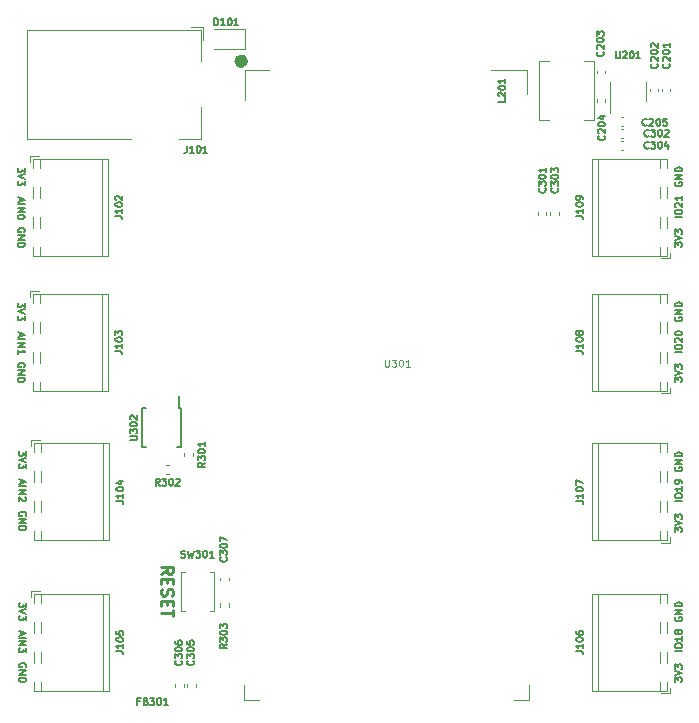
<source format=gbr>
%TF.GenerationSoftware,KiCad,Pcbnew,(7.0.0)*%
%TF.CreationDate,2023-07-11T13:45:39+03:00*%
%TF.ProjectId,Pico_Baseboard,5069636f-5f42-4617-9365-626f6172642e,rev?*%
%TF.SameCoordinates,Original*%
%TF.FileFunction,Legend,Top*%
%TF.FilePolarity,Positive*%
%FSLAX46Y46*%
G04 Gerber Fmt 4.6, Leading zero omitted, Abs format (unit mm)*
G04 Created by KiCad (PCBNEW (7.0.0)) date 2023-07-11 13:45:39*
%MOMM*%
%LPD*%
G01*
G04 APERTURE LIST*
%ADD10C,0.150000*%
%ADD11C,0.250000*%
%ADD12C,0.100000*%
%ADD13C,0.120000*%
%ADD14C,0.558000*%
G04 APERTURE END LIST*
D10*
X118050000Y-94691142D02*
X118078571Y-94634000D01*
X118078571Y-94634000D02*
X118078571Y-94548285D01*
X118078571Y-94548285D02*
X118050000Y-94462571D01*
X118050000Y-94462571D02*
X117992857Y-94405428D01*
X117992857Y-94405428D02*
X117935714Y-94376857D01*
X117935714Y-94376857D02*
X117821428Y-94348285D01*
X117821428Y-94348285D02*
X117735714Y-94348285D01*
X117735714Y-94348285D02*
X117621428Y-94376857D01*
X117621428Y-94376857D02*
X117564285Y-94405428D01*
X117564285Y-94405428D02*
X117507142Y-94462571D01*
X117507142Y-94462571D02*
X117478571Y-94548285D01*
X117478571Y-94548285D02*
X117478571Y-94605428D01*
X117478571Y-94605428D02*
X117507142Y-94691142D01*
X117507142Y-94691142D02*
X117535714Y-94719714D01*
X117535714Y-94719714D02*
X117735714Y-94719714D01*
X117735714Y-94719714D02*
X117735714Y-94605428D01*
X117478571Y-94976857D02*
X118078571Y-94976857D01*
X118078571Y-94976857D02*
X117478571Y-95319714D01*
X117478571Y-95319714D02*
X118078571Y-95319714D01*
X117478571Y-95605428D02*
X118078571Y-95605428D01*
X118078571Y-95605428D02*
X118078571Y-95748285D01*
X118078571Y-95748285D02*
X118050000Y-95833999D01*
X118050000Y-95833999D02*
X117992857Y-95891142D01*
X117992857Y-95891142D02*
X117935714Y-95919713D01*
X117935714Y-95919713D02*
X117821428Y-95948285D01*
X117821428Y-95948285D02*
X117735714Y-95948285D01*
X117735714Y-95948285D02*
X117621428Y-95919713D01*
X117621428Y-95919713D02*
X117564285Y-95891142D01*
X117564285Y-95891142D02*
X117507142Y-95833999D01*
X117507142Y-95833999D02*
X117478571Y-95748285D01*
X117478571Y-95748285D02*
X117478571Y-95605428D01*
X173605428Y-106156142D02*
X173005428Y-106156142D01*
X173005428Y-105756143D02*
X173005428Y-105641857D01*
X173005428Y-105641857D02*
X173034000Y-105584714D01*
X173034000Y-105584714D02*
X173091142Y-105527571D01*
X173091142Y-105527571D02*
X173205428Y-105499000D01*
X173205428Y-105499000D02*
X173405428Y-105499000D01*
X173405428Y-105499000D02*
X173519714Y-105527571D01*
X173519714Y-105527571D02*
X173576857Y-105584714D01*
X173576857Y-105584714D02*
X173605428Y-105641857D01*
X173605428Y-105641857D02*
X173605428Y-105756143D01*
X173605428Y-105756143D02*
X173576857Y-105813286D01*
X173576857Y-105813286D02*
X173519714Y-105870428D01*
X173519714Y-105870428D02*
X173405428Y-105899000D01*
X173405428Y-105899000D02*
X173205428Y-105899000D01*
X173205428Y-105899000D02*
X173091142Y-105870428D01*
X173091142Y-105870428D02*
X173034000Y-105813286D01*
X173034000Y-105813286D02*
X173005428Y-105756143D01*
X173605428Y-104927572D02*
X173605428Y-105270429D01*
X173605428Y-105099000D02*
X173005428Y-105099000D01*
X173005428Y-105099000D02*
X173091142Y-105156143D01*
X173091142Y-105156143D02*
X173148285Y-105213286D01*
X173148285Y-105213286D02*
X173176857Y-105270429D01*
X173262571Y-104584714D02*
X173234000Y-104641857D01*
X173234000Y-104641857D02*
X173205428Y-104670428D01*
X173205428Y-104670428D02*
X173148285Y-104699000D01*
X173148285Y-104699000D02*
X173119714Y-104699000D01*
X173119714Y-104699000D02*
X173062571Y-104670428D01*
X173062571Y-104670428D02*
X173034000Y-104641857D01*
X173034000Y-104641857D02*
X173005428Y-104584714D01*
X173005428Y-104584714D02*
X173005428Y-104470428D01*
X173005428Y-104470428D02*
X173034000Y-104413286D01*
X173034000Y-104413286D02*
X173062571Y-104384714D01*
X173062571Y-104384714D02*
X173119714Y-104356143D01*
X173119714Y-104356143D02*
X173148285Y-104356143D01*
X173148285Y-104356143D02*
X173205428Y-104384714D01*
X173205428Y-104384714D02*
X173234000Y-104413286D01*
X173234000Y-104413286D02*
X173262571Y-104470428D01*
X173262571Y-104470428D02*
X173262571Y-104584714D01*
X173262571Y-104584714D02*
X173291142Y-104641857D01*
X173291142Y-104641857D02*
X173319714Y-104670428D01*
X173319714Y-104670428D02*
X173376857Y-104699000D01*
X173376857Y-104699000D02*
X173491142Y-104699000D01*
X173491142Y-104699000D02*
X173548285Y-104670428D01*
X173548285Y-104670428D02*
X173576857Y-104641857D01*
X173576857Y-104641857D02*
X173605428Y-104584714D01*
X173605428Y-104584714D02*
X173605428Y-104470428D01*
X173605428Y-104470428D02*
X173576857Y-104413286D01*
X173576857Y-104413286D02*
X173548285Y-104384714D01*
X173548285Y-104384714D02*
X173491142Y-104356143D01*
X173491142Y-104356143D02*
X173376857Y-104356143D01*
X173376857Y-104356143D02*
X173319714Y-104384714D01*
X173319714Y-104384714D02*
X173291142Y-104413286D01*
X173291142Y-104413286D02*
X173262571Y-104470428D01*
D11*
X129503619Y-99615523D02*
X129979809Y-99282190D01*
X129503619Y-99044095D02*
X130503619Y-99044095D01*
X130503619Y-99044095D02*
X130503619Y-99425047D01*
X130503619Y-99425047D02*
X130456000Y-99520285D01*
X130456000Y-99520285D02*
X130408380Y-99567904D01*
X130408380Y-99567904D02*
X130313142Y-99615523D01*
X130313142Y-99615523D02*
X130170285Y-99615523D01*
X130170285Y-99615523D02*
X130075047Y-99567904D01*
X130075047Y-99567904D02*
X130027428Y-99520285D01*
X130027428Y-99520285D02*
X129979809Y-99425047D01*
X129979809Y-99425047D02*
X129979809Y-99044095D01*
X130027428Y-100044095D02*
X130027428Y-100377428D01*
X129503619Y-100520285D02*
X129503619Y-100044095D01*
X129503619Y-100044095D02*
X130503619Y-100044095D01*
X130503619Y-100044095D02*
X130503619Y-100520285D01*
X129551238Y-100901238D02*
X129503619Y-101044095D01*
X129503619Y-101044095D02*
X129503619Y-101282190D01*
X129503619Y-101282190D02*
X129551238Y-101377428D01*
X129551238Y-101377428D02*
X129598857Y-101425047D01*
X129598857Y-101425047D02*
X129694095Y-101472666D01*
X129694095Y-101472666D02*
X129789333Y-101472666D01*
X129789333Y-101472666D02*
X129884571Y-101425047D01*
X129884571Y-101425047D02*
X129932190Y-101377428D01*
X129932190Y-101377428D02*
X129979809Y-101282190D01*
X129979809Y-101282190D02*
X130027428Y-101091714D01*
X130027428Y-101091714D02*
X130075047Y-100996476D01*
X130075047Y-100996476D02*
X130122666Y-100948857D01*
X130122666Y-100948857D02*
X130217904Y-100901238D01*
X130217904Y-100901238D02*
X130313142Y-100901238D01*
X130313142Y-100901238D02*
X130408380Y-100948857D01*
X130408380Y-100948857D02*
X130456000Y-100996476D01*
X130456000Y-100996476D02*
X130503619Y-101091714D01*
X130503619Y-101091714D02*
X130503619Y-101329809D01*
X130503619Y-101329809D02*
X130456000Y-101472666D01*
X130027428Y-101901238D02*
X130027428Y-102234571D01*
X129503619Y-102377428D02*
X129503619Y-101901238D01*
X129503619Y-101901238D02*
X130503619Y-101901238D01*
X130503619Y-101901238D02*
X130503619Y-102377428D01*
X130503619Y-102663143D02*
X130503619Y-103234571D01*
X129503619Y-102948857D02*
X130503619Y-102948857D01*
D10*
X173605428Y-80883142D02*
X173005428Y-80883142D01*
X173005428Y-80483143D02*
X173005428Y-80368857D01*
X173005428Y-80368857D02*
X173034000Y-80311714D01*
X173034000Y-80311714D02*
X173091142Y-80254571D01*
X173091142Y-80254571D02*
X173205428Y-80226000D01*
X173205428Y-80226000D02*
X173405428Y-80226000D01*
X173405428Y-80226000D02*
X173519714Y-80254571D01*
X173519714Y-80254571D02*
X173576857Y-80311714D01*
X173576857Y-80311714D02*
X173605428Y-80368857D01*
X173605428Y-80368857D02*
X173605428Y-80483143D01*
X173605428Y-80483143D02*
X173576857Y-80540286D01*
X173576857Y-80540286D02*
X173519714Y-80597428D01*
X173519714Y-80597428D02*
X173405428Y-80626000D01*
X173405428Y-80626000D02*
X173205428Y-80626000D01*
X173205428Y-80626000D02*
X173091142Y-80597428D01*
X173091142Y-80597428D02*
X173034000Y-80540286D01*
X173034000Y-80540286D02*
X173005428Y-80483143D01*
X173062571Y-79997429D02*
X173034000Y-79968857D01*
X173034000Y-79968857D02*
X173005428Y-79911715D01*
X173005428Y-79911715D02*
X173005428Y-79768857D01*
X173005428Y-79768857D02*
X173034000Y-79711715D01*
X173034000Y-79711715D02*
X173062571Y-79683143D01*
X173062571Y-79683143D02*
X173119714Y-79654572D01*
X173119714Y-79654572D02*
X173176857Y-79654572D01*
X173176857Y-79654572D02*
X173262571Y-79683143D01*
X173262571Y-79683143D02*
X173605428Y-80026000D01*
X173605428Y-80026000D02*
X173605428Y-79654572D01*
X173005428Y-79283143D02*
X173005428Y-79226000D01*
X173005428Y-79226000D02*
X173034000Y-79168857D01*
X173034000Y-79168857D02*
X173062571Y-79140286D01*
X173062571Y-79140286D02*
X173119714Y-79111714D01*
X173119714Y-79111714D02*
X173234000Y-79083143D01*
X173234000Y-79083143D02*
X173376857Y-79083143D01*
X173376857Y-79083143D02*
X173491142Y-79111714D01*
X173491142Y-79111714D02*
X173548285Y-79140286D01*
X173548285Y-79140286D02*
X173576857Y-79168857D01*
X173576857Y-79168857D02*
X173605428Y-79226000D01*
X173605428Y-79226000D02*
X173605428Y-79283143D01*
X173605428Y-79283143D02*
X173576857Y-79340286D01*
X173576857Y-79340286D02*
X173548285Y-79368857D01*
X173548285Y-79368857D02*
X173491142Y-79397428D01*
X173491142Y-79397428D02*
X173376857Y-79426000D01*
X173376857Y-79426000D02*
X173234000Y-79426000D01*
X173234000Y-79426000D02*
X173119714Y-79397428D01*
X173119714Y-79397428D02*
X173062571Y-79368857D01*
X173062571Y-79368857D02*
X173034000Y-79340286D01*
X173034000Y-79340286D02*
X173005428Y-79283143D01*
X118078571Y-89239714D02*
X118078571Y-89611142D01*
X118078571Y-89611142D02*
X117850000Y-89411142D01*
X117850000Y-89411142D02*
X117850000Y-89496857D01*
X117850000Y-89496857D02*
X117821428Y-89554000D01*
X117821428Y-89554000D02*
X117792857Y-89582571D01*
X117792857Y-89582571D02*
X117735714Y-89611142D01*
X117735714Y-89611142D02*
X117592857Y-89611142D01*
X117592857Y-89611142D02*
X117535714Y-89582571D01*
X117535714Y-89582571D02*
X117507142Y-89554000D01*
X117507142Y-89554000D02*
X117478571Y-89496857D01*
X117478571Y-89496857D02*
X117478571Y-89325428D01*
X117478571Y-89325428D02*
X117507142Y-89268285D01*
X117507142Y-89268285D02*
X117535714Y-89239714D01*
X118078571Y-89782571D02*
X117478571Y-89982571D01*
X117478571Y-89982571D02*
X118078571Y-90182571D01*
X118078571Y-90325429D02*
X118078571Y-90696857D01*
X118078571Y-90696857D02*
X117850000Y-90496857D01*
X117850000Y-90496857D02*
X117850000Y-90582572D01*
X117850000Y-90582572D02*
X117821428Y-90639715D01*
X117821428Y-90639715D02*
X117792857Y-90668286D01*
X117792857Y-90668286D02*
X117735714Y-90696857D01*
X117735714Y-90696857D02*
X117592857Y-90696857D01*
X117592857Y-90696857D02*
X117535714Y-90668286D01*
X117535714Y-90668286D02*
X117507142Y-90639715D01*
X117507142Y-90639715D02*
X117478571Y-90582572D01*
X117478571Y-90582572D02*
X117478571Y-90411143D01*
X117478571Y-90411143D02*
X117507142Y-90354000D01*
X117507142Y-90354000D02*
X117535714Y-90325429D01*
X173005428Y-83353285D02*
X173005428Y-82981857D01*
X173005428Y-82981857D02*
X173234000Y-83181857D01*
X173234000Y-83181857D02*
X173234000Y-83096142D01*
X173234000Y-83096142D02*
X173262571Y-83039000D01*
X173262571Y-83039000D02*
X173291142Y-83010428D01*
X173291142Y-83010428D02*
X173348285Y-82981857D01*
X173348285Y-82981857D02*
X173491142Y-82981857D01*
X173491142Y-82981857D02*
X173548285Y-83010428D01*
X173548285Y-83010428D02*
X173576857Y-83039000D01*
X173576857Y-83039000D02*
X173605428Y-83096142D01*
X173605428Y-83096142D02*
X173605428Y-83267571D01*
X173605428Y-83267571D02*
X173576857Y-83324714D01*
X173576857Y-83324714D02*
X173548285Y-83353285D01*
X173005428Y-82810428D02*
X173605428Y-82610428D01*
X173605428Y-82610428D02*
X173005428Y-82410428D01*
X173005428Y-82267570D02*
X173005428Y-81896142D01*
X173005428Y-81896142D02*
X173234000Y-82096142D01*
X173234000Y-82096142D02*
X173234000Y-82010427D01*
X173234000Y-82010427D02*
X173262571Y-81953285D01*
X173262571Y-81953285D02*
X173291142Y-81924713D01*
X173291142Y-81924713D02*
X173348285Y-81896142D01*
X173348285Y-81896142D02*
X173491142Y-81896142D01*
X173491142Y-81896142D02*
X173548285Y-81924713D01*
X173548285Y-81924713D02*
X173576857Y-81953285D01*
X173576857Y-81953285D02*
X173605428Y-82010427D01*
X173605428Y-82010427D02*
X173605428Y-82181856D01*
X173605428Y-82181856D02*
X173576857Y-82238999D01*
X173576857Y-82238999D02*
X173548285Y-82267570D01*
X117650000Y-91681285D02*
X117650000Y-91967000D01*
X117478571Y-91624142D02*
X118078571Y-91824142D01*
X118078571Y-91824142D02*
X117478571Y-92024142D01*
X117478571Y-92224143D02*
X118078571Y-92224143D01*
X117478571Y-92509857D02*
X118078571Y-92509857D01*
X118078571Y-92509857D02*
X117478571Y-92852714D01*
X117478571Y-92852714D02*
X118078571Y-92852714D01*
X118021428Y-93109856D02*
X118050000Y-93138428D01*
X118050000Y-93138428D02*
X118078571Y-93195571D01*
X118078571Y-93195571D02*
X118078571Y-93338428D01*
X118078571Y-93338428D02*
X118050000Y-93395571D01*
X118050000Y-93395571D02*
X118021428Y-93424142D01*
X118021428Y-93424142D02*
X117964285Y-93452713D01*
X117964285Y-93452713D02*
X117907142Y-93452713D01*
X117907142Y-93452713D02*
X117821428Y-93424142D01*
X117821428Y-93424142D02*
X117478571Y-93081285D01*
X117478571Y-93081285D02*
X117478571Y-93452713D01*
X173605428Y-69453142D02*
X173005428Y-69453142D01*
X173005428Y-69053143D02*
X173005428Y-68938857D01*
X173005428Y-68938857D02*
X173034000Y-68881714D01*
X173034000Y-68881714D02*
X173091142Y-68824571D01*
X173091142Y-68824571D02*
X173205428Y-68796000D01*
X173205428Y-68796000D02*
X173405428Y-68796000D01*
X173405428Y-68796000D02*
X173519714Y-68824571D01*
X173519714Y-68824571D02*
X173576857Y-68881714D01*
X173576857Y-68881714D02*
X173605428Y-68938857D01*
X173605428Y-68938857D02*
X173605428Y-69053143D01*
X173605428Y-69053143D02*
X173576857Y-69110286D01*
X173576857Y-69110286D02*
X173519714Y-69167428D01*
X173519714Y-69167428D02*
X173405428Y-69196000D01*
X173405428Y-69196000D02*
X173205428Y-69196000D01*
X173205428Y-69196000D02*
X173091142Y-69167428D01*
X173091142Y-69167428D02*
X173034000Y-69110286D01*
X173034000Y-69110286D02*
X173005428Y-69053143D01*
X173062571Y-68567429D02*
X173034000Y-68538857D01*
X173034000Y-68538857D02*
X173005428Y-68481715D01*
X173005428Y-68481715D02*
X173005428Y-68338857D01*
X173005428Y-68338857D02*
X173034000Y-68281715D01*
X173034000Y-68281715D02*
X173062571Y-68253143D01*
X173062571Y-68253143D02*
X173119714Y-68224572D01*
X173119714Y-68224572D02*
X173176857Y-68224572D01*
X173176857Y-68224572D02*
X173262571Y-68253143D01*
X173262571Y-68253143D02*
X173605428Y-68596000D01*
X173605428Y-68596000D02*
X173605428Y-68224572D01*
X173605428Y-67653143D02*
X173605428Y-67996000D01*
X173605428Y-67824571D02*
X173005428Y-67824571D01*
X173005428Y-67824571D02*
X173091142Y-67881714D01*
X173091142Y-67881714D02*
X173148285Y-67938857D01*
X173148285Y-67938857D02*
X173176857Y-67996000D01*
X117650000Y-104508285D02*
X117650000Y-104794000D01*
X117478571Y-104451142D02*
X118078571Y-104651142D01*
X118078571Y-104651142D02*
X117478571Y-104851142D01*
X117478571Y-105051143D02*
X118078571Y-105051143D01*
X117478571Y-105336857D02*
X118078571Y-105336857D01*
X118078571Y-105336857D02*
X117478571Y-105679714D01*
X117478571Y-105679714D02*
X118078571Y-105679714D01*
X118078571Y-105908285D02*
X118078571Y-106279713D01*
X118078571Y-106279713D02*
X117850000Y-106079713D01*
X117850000Y-106079713D02*
X117850000Y-106165428D01*
X117850000Y-106165428D02*
X117821428Y-106222571D01*
X117821428Y-106222571D02*
X117792857Y-106251142D01*
X117792857Y-106251142D02*
X117735714Y-106279713D01*
X117735714Y-106279713D02*
X117592857Y-106279713D01*
X117592857Y-106279713D02*
X117535714Y-106251142D01*
X117535714Y-106251142D02*
X117507142Y-106222571D01*
X117507142Y-106222571D02*
X117478571Y-106165428D01*
X117478571Y-106165428D02*
X117478571Y-105993999D01*
X117478571Y-105993999D02*
X117507142Y-105936856D01*
X117507142Y-105936856D02*
X117535714Y-105908285D01*
X173034000Y-66471857D02*
X173005428Y-66529000D01*
X173005428Y-66529000D02*
X173005428Y-66614714D01*
X173005428Y-66614714D02*
X173034000Y-66700428D01*
X173034000Y-66700428D02*
X173091142Y-66757571D01*
X173091142Y-66757571D02*
X173148285Y-66786142D01*
X173148285Y-66786142D02*
X173262571Y-66814714D01*
X173262571Y-66814714D02*
X173348285Y-66814714D01*
X173348285Y-66814714D02*
X173462571Y-66786142D01*
X173462571Y-66786142D02*
X173519714Y-66757571D01*
X173519714Y-66757571D02*
X173576857Y-66700428D01*
X173576857Y-66700428D02*
X173605428Y-66614714D01*
X173605428Y-66614714D02*
X173605428Y-66557571D01*
X173605428Y-66557571D02*
X173576857Y-66471857D01*
X173576857Y-66471857D02*
X173548285Y-66443285D01*
X173548285Y-66443285D02*
X173348285Y-66443285D01*
X173348285Y-66443285D02*
X173348285Y-66557571D01*
X173605428Y-66186142D02*
X173005428Y-66186142D01*
X173005428Y-66186142D02*
X173605428Y-65843285D01*
X173605428Y-65843285D02*
X173005428Y-65843285D01*
X173605428Y-65557571D02*
X173005428Y-65557571D01*
X173005428Y-65557571D02*
X173005428Y-65414714D01*
X173005428Y-65414714D02*
X173034000Y-65329000D01*
X173034000Y-65329000D02*
X173091142Y-65271857D01*
X173091142Y-65271857D02*
X173148285Y-65243286D01*
X173148285Y-65243286D02*
X173262571Y-65214714D01*
X173262571Y-65214714D02*
X173348285Y-65214714D01*
X173348285Y-65214714D02*
X173462571Y-65243286D01*
X173462571Y-65243286D02*
X173519714Y-65271857D01*
X173519714Y-65271857D02*
X173576857Y-65329000D01*
X173576857Y-65329000D02*
X173605428Y-65414714D01*
X173605428Y-65414714D02*
X173605428Y-65557571D01*
X173034000Y-103301857D02*
X173005428Y-103359000D01*
X173005428Y-103359000D02*
X173005428Y-103444714D01*
X173005428Y-103444714D02*
X173034000Y-103530428D01*
X173034000Y-103530428D02*
X173091142Y-103587571D01*
X173091142Y-103587571D02*
X173148285Y-103616142D01*
X173148285Y-103616142D02*
X173262571Y-103644714D01*
X173262571Y-103644714D02*
X173348285Y-103644714D01*
X173348285Y-103644714D02*
X173462571Y-103616142D01*
X173462571Y-103616142D02*
X173519714Y-103587571D01*
X173519714Y-103587571D02*
X173576857Y-103530428D01*
X173576857Y-103530428D02*
X173605428Y-103444714D01*
X173605428Y-103444714D02*
X173605428Y-103387571D01*
X173605428Y-103387571D02*
X173576857Y-103301857D01*
X173576857Y-103301857D02*
X173548285Y-103273285D01*
X173548285Y-103273285D02*
X173348285Y-103273285D01*
X173348285Y-103273285D02*
X173348285Y-103387571D01*
X173605428Y-103016142D02*
X173005428Y-103016142D01*
X173005428Y-103016142D02*
X173605428Y-102673285D01*
X173605428Y-102673285D02*
X173005428Y-102673285D01*
X173605428Y-102387571D02*
X173005428Y-102387571D01*
X173005428Y-102387571D02*
X173005428Y-102244714D01*
X173005428Y-102244714D02*
X173034000Y-102159000D01*
X173034000Y-102159000D02*
X173091142Y-102101857D01*
X173091142Y-102101857D02*
X173148285Y-102073286D01*
X173148285Y-102073286D02*
X173262571Y-102044714D01*
X173262571Y-102044714D02*
X173348285Y-102044714D01*
X173348285Y-102044714D02*
X173462571Y-102073286D01*
X173462571Y-102073286D02*
X173519714Y-102101857D01*
X173519714Y-102101857D02*
X173576857Y-102159000D01*
X173576857Y-102159000D02*
X173605428Y-102244714D01*
X173605428Y-102244714D02*
X173605428Y-102387571D01*
X118078571Y-102066714D02*
X118078571Y-102438142D01*
X118078571Y-102438142D02*
X117850000Y-102238142D01*
X117850000Y-102238142D02*
X117850000Y-102323857D01*
X117850000Y-102323857D02*
X117821428Y-102381000D01*
X117821428Y-102381000D02*
X117792857Y-102409571D01*
X117792857Y-102409571D02*
X117735714Y-102438142D01*
X117735714Y-102438142D02*
X117592857Y-102438142D01*
X117592857Y-102438142D02*
X117535714Y-102409571D01*
X117535714Y-102409571D02*
X117507142Y-102381000D01*
X117507142Y-102381000D02*
X117478571Y-102323857D01*
X117478571Y-102323857D02*
X117478571Y-102152428D01*
X117478571Y-102152428D02*
X117507142Y-102095285D01*
X117507142Y-102095285D02*
X117535714Y-102066714D01*
X118078571Y-102609571D02*
X117478571Y-102809571D01*
X117478571Y-102809571D02*
X118078571Y-103009571D01*
X118078571Y-103152429D02*
X118078571Y-103523857D01*
X118078571Y-103523857D02*
X117850000Y-103323857D01*
X117850000Y-103323857D02*
X117850000Y-103409572D01*
X117850000Y-103409572D02*
X117821428Y-103466715D01*
X117821428Y-103466715D02*
X117792857Y-103495286D01*
X117792857Y-103495286D02*
X117735714Y-103523857D01*
X117735714Y-103523857D02*
X117592857Y-103523857D01*
X117592857Y-103523857D02*
X117535714Y-103495286D01*
X117535714Y-103495286D02*
X117507142Y-103466715D01*
X117507142Y-103466715D02*
X117478571Y-103409572D01*
X117478571Y-103409572D02*
X117478571Y-103238143D01*
X117478571Y-103238143D02*
X117507142Y-103181000D01*
X117507142Y-103181000D02*
X117535714Y-103152429D01*
X117951571Y-65236714D02*
X117951571Y-65608142D01*
X117951571Y-65608142D02*
X117723000Y-65408142D01*
X117723000Y-65408142D02*
X117723000Y-65493857D01*
X117723000Y-65493857D02*
X117694428Y-65551000D01*
X117694428Y-65551000D02*
X117665857Y-65579571D01*
X117665857Y-65579571D02*
X117608714Y-65608142D01*
X117608714Y-65608142D02*
X117465857Y-65608142D01*
X117465857Y-65608142D02*
X117408714Y-65579571D01*
X117408714Y-65579571D02*
X117380142Y-65551000D01*
X117380142Y-65551000D02*
X117351571Y-65493857D01*
X117351571Y-65493857D02*
X117351571Y-65322428D01*
X117351571Y-65322428D02*
X117380142Y-65265285D01*
X117380142Y-65265285D02*
X117408714Y-65236714D01*
X117951571Y-65779571D02*
X117351571Y-65979571D01*
X117351571Y-65979571D02*
X117951571Y-66179571D01*
X117951571Y-66322429D02*
X117951571Y-66693857D01*
X117951571Y-66693857D02*
X117723000Y-66493857D01*
X117723000Y-66493857D02*
X117723000Y-66579572D01*
X117723000Y-66579572D02*
X117694428Y-66636715D01*
X117694428Y-66636715D02*
X117665857Y-66665286D01*
X117665857Y-66665286D02*
X117608714Y-66693857D01*
X117608714Y-66693857D02*
X117465857Y-66693857D01*
X117465857Y-66693857D02*
X117408714Y-66665286D01*
X117408714Y-66665286D02*
X117380142Y-66636715D01*
X117380142Y-66636715D02*
X117351571Y-66579572D01*
X117351571Y-66579572D02*
X117351571Y-66408143D01*
X117351571Y-66408143D02*
X117380142Y-66351000D01*
X117380142Y-66351000D02*
X117408714Y-66322429D01*
X173005428Y-108753285D02*
X173005428Y-108381857D01*
X173005428Y-108381857D02*
X173234000Y-108581857D01*
X173234000Y-108581857D02*
X173234000Y-108496142D01*
X173234000Y-108496142D02*
X173262571Y-108439000D01*
X173262571Y-108439000D02*
X173291142Y-108410428D01*
X173291142Y-108410428D02*
X173348285Y-108381857D01*
X173348285Y-108381857D02*
X173491142Y-108381857D01*
X173491142Y-108381857D02*
X173548285Y-108410428D01*
X173548285Y-108410428D02*
X173576857Y-108439000D01*
X173576857Y-108439000D02*
X173605428Y-108496142D01*
X173605428Y-108496142D02*
X173605428Y-108667571D01*
X173605428Y-108667571D02*
X173576857Y-108724714D01*
X173576857Y-108724714D02*
X173548285Y-108753285D01*
X173005428Y-108210428D02*
X173605428Y-108010428D01*
X173605428Y-108010428D02*
X173005428Y-107810428D01*
X173005428Y-107667570D02*
X173005428Y-107296142D01*
X173005428Y-107296142D02*
X173234000Y-107496142D01*
X173234000Y-107496142D02*
X173234000Y-107410427D01*
X173234000Y-107410427D02*
X173262571Y-107353285D01*
X173262571Y-107353285D02*
X173291142Y-107324713D01*
X173291142Y-107324713D02*
X173348285Y-107296142D01*
X173348285Y-107296142D02*
X173491142Y-107296142D01*
X173491142Y-107296142D02*
X173548285Y-107324713D01*
X173548285Y-107324713D02*
X173576857Y-107353285D01*
X173576857Y-107353285D02*
X173605428Y-107410427D01*
X173605428Y-107410427D02*
X173605428Y-107581856D01*
X173605428Y-107581856D02*
X173576857Y-107638999D01*
X173576857Y-107638999D02*
X173548285Y-107667570D01*
X117923000Y-70688142D02*
X117951571Y-70631000D01*
X117951571Y-70631000D02*
X117951571Y-70545285D01*
X117951571Y-70545285D02*
X117923000Y-70459571D01*
X117923000Y-70459571D02*
X117865857Y-70402428D01*
X117865857Y-70402428D02*
X117808714Y-70373857D01*
X117808714Y-70373857D02*
X117694428Y-70345285D01*
X117694428Y-70345285D02*
X117608714Y-70345285D01*
X117608714Y-70345285D02*
X117494428Y-70373857D01*
X117494428Y-70373857D02*
X117437285Y-70402428D01*
X117437285Y-70402428D02*
X117380142Y-70459571D01*
X117380142Y-70459571D02*
X117351571Y-70545285D01*
X117351571Y-70545285D02*
X117351571Y-70602428D01*
X117351571Y-70602428D02*
X117380142Y-70688142D01*
X117380142Y-70688142D02*
X117408714Y-70716714D01*
X117408714Y-70716714D02*
X117608714Y-70716714D01*
X117608714Y-70716714D02*
X117608714Y-70602428D01*
X117351571Y-70973857D02*
X117951571Y-70973857D01*
X117951571Y-70973857D02*
X117351571Y-71316714D01*
X117351571Y-71316714D02*
X117951571Y-71316714D01*
X117351571Y-71602428D02*
X117951571Y-71602428D01*
X117951571Y-71602428D02*
X117951571Y-71745285D01*
X117951571Y-71745285D02*
X117923000Y-71830999D01*
X117923000Y-71830999D02*
X117865857Y-71888142D01*
X117865857Y-71888142D02*
X117808714Y-71916713D01*
X117808714Y-71916713D02*
X117694428Y-71945285D01*
X117694428Y-71945285D02*
X117608714Y-71945285D01*
X117608714Y-71945285D02*
X117494428Y-71916713D01*
X117494428Y-71916713D02*
X117437285Y-71888142D01*
X117437285Y-71888142D02*
X117380142Y-71830999D01*
X117380142Y-71830999D02*
X117351571Y-71745285D01*
X117351571Y-71745285D02*
X117351571Y-71602428D01*
X117523000Y-79235285D02*
X117523000Y-79521000D01*
X117351571Y-79178142D02*
X117951571Y-79378142D01*
X117951571Y-79378142D02*
X117351571Y-79578142D01*
X117351571Y-79778143D02*
X117951571Y-79778143D01*
X117351571Y-80063857D02*
X117951571Y-80063857D01*
X117951571Y-80063857D02*
X117351571Y-80406714D01*
X117351571Y-80406714D02*
X117951571Y-80406714D01*
X117351571Y-81006713D02*
X117351571Y-80663856D01*
X117351571Y-80835285D02*
X117951571Y-80835285D01*
X117951571Y-80835285D02*
X117865857Y-80778142D01*
X117865857Y-80778142D02*
X117808714Y-80720999D01*
X117808714Y-80720999D02*
X117780142Y-80663856D01*
X117923000Y-82118142D02*
X117951571Y-82061000D01*
X117951571Y-82061000D02*
X117951571Y-81975285D01*
X117951571Y-81975285D02*
X117923000Y-81889571D01*
X117923000Y-81889571D02*
X117865857Y-81832428D01*
X117865857Y-81832428D02*
X117808714Y-81803857D01*
X117808714Y-81803857D02*
X117694428Y-81775285D01*
X117694428Y-81775285D02*
X117608714Y-81775285D01*
X117608714Y-81775285D02*
X117494428Y-81803857D01*
X117494428Y-81803857D02*
X117437285Y-81832428D01*
X117437285Y-81832428D02*
X117380142Y-81889571D01*
X117380142Y-81889571D02*
X117351571Y-81975285D01*
X117351571Y-81975285D02*
X117351571Y-82032428D01*
X117351571Y-82032428D02*
X117380142Y-82118142D01*
X117380142Y-82118142D02*
X117408714Y-82146714D01*
X117408714Y-82146714D02*
X117608714Y-82146714D01*
X117608714Y-82146714D02*
X117608714Y-82032428D01*
X117351571Y-82403857D02*
X117951571Y-82403857D01*
X117951571Y-82403857D02*
X117351571Y-82746714D01*
X117351571Y-82746714D02*
X117951571Y-82746714D01*
X117351571Y-83032428D02*
X117951571Y-83032428D01*
X117951571Y-83032428D02*
X117951571Y-83175285D01*
X117951571Y-83175285D02*
X117923000Y-83260999D01*
X117923000Y-83260999D02*
X117865857Y-83318142D01*
X117865857Y-83318142D02*
X117808714Y-83346713D01*
X117808714Y-83346713D02*
X117694428Y-83375285D01*
X117694428Y-83375285D02*
X117608714Y-83375285D01*
X117608714Y-83375285D02*
X117494428Y-83346713D01*
X117494428Y-83346713D02*
X117437285Y-83318142D01*
X117437285Y-83318142D02*
X117380142Y-83260999D01*
X117380142Y-83260999D02*
X117351571Y-83175285D01*
X117351571Y-83175285D02*
X117351571Y-83032428D01*
X173034000Y-77901857D02*
X173005428Y-77959000D01*
X173005428Y-77959000D02*
X173005428Y-78044714D01*
X173005428Y-78044714D02*
X173034000Y-78130428D01*
X173034000Y-78130428D02*
X173091142Y-78187571D01*
X173091142Y-78187571D02*
X173148285Y-78216142D01*
X173148285Y-78216142D02*
X173262571Y-78244714D01*
X173262571Y-78244714D02*
X173348285Y-78244714D01*
X173348285Y-78244714D02*
X173462571Y-78216142D01*
X173462571Y-78216142D02*
X173519714Y-78187571D01*
X173519714Y-78187571D02*
X173576857Y-78130428D01*
X173576857Y-78130428D02*
X173605428Y-78044714D01*
X173605428Y-78044714D02*
X173605428Y-77987571D01*
X173605428Y-77987571D02*
X173576857Y-77901857D01*
X173576857Y-77901857D02*
X173548285Y-77873285D01*
X173548285Y-77873285D02*
X173348285Y-77873285D01*
X173348285Y-77873285D02*
X173348285Y-77987571D01*
X173605428Y-77616142D02*
X173005428Y-77616142D01*
X173005428Y-77616142D02*
X173605428Y-77273285D01*
X173605428Y-77273285D02*
X173005428Y-77273285D01*
X173605428Y-76987571D02*
X173005428Y-76987571D01*
X173005428Y-76987571D02*
X173005428Y-76844714D01*
X173005428Y-76844714D02*
X173034000Y-76759000D01*
X173034000Y-76759000D02*
X173091142Y-76701857D01*
X173091142Y-76701857D02*
X173148285Y-76673286D01*
X173148285Y-76673286D02*
X173262571Y-76644714D01*
X173262571Y-76644714D02*
X173348285Y-76644714D01*
X173348285Y-76644714D02*
X173462571Y-76673286D01*
X173462571Y-76673286D02*
X173519714Y-76701857D01*
X173519714Y-76701857D02*
X173576857Y-76759000D01*
X173576857Y-76759000D02*
X173605428Y-76844714D01*
X173605428Y-76844714D02*
X173605428Y-76987571D01*
X117951571Y-76666714D02*
X117951571Y-77038142D01*
X117951571Y-77038142D02*
X117723000Y-76838142D01*
X117723000Y-76838142D02*
X117723000Y-76923857D01*
X117723000Y-76923857D02*
X117694428Y-76981000D01*
X117694428Y-76981000D02*
X117665857Y-77009571D01*
X117665857Y-77009571D02*
X117608714Y-77038142D01*
X117608714Y-77038142D02*
X117465857Y-77038142D01*
X117465857Y-77038142D02*
X117408714Y-77009571D01*
X117408714Y-77009571D02*
X117380142Y-76981000D01*
X117380142Y-76981000D02*
X117351571Y-76923857D01*
X117351571Y-76923857D02*
X117351571Y-76752428D01*
X117351571Y-76752428D02*
X117380142Y-76695285D01*
X117380142Y-76695285D02*
X117408714Y-76666714D01*
X117951571Y-77209571D02*
X117351571Y-77409571D01*
X117351571Y-77409571D02*
X117951571Y-77609571D01*
X117951571Y-77752429D02*
X117951571Y-78123857D01*
X117951571Y-78123857D02*
X117723000Y-77923857D01*
X117723000Y-77923857D02*
X117723000Y-78009572D01*
X117723000Y-78009572D02*
X117694428Y-78066715D01*
X117694428Y-78066715D02*
X117665857Y-78095286D01*
X117665857Y-78095286D02*
X117608714Y-78123857D01*
X117608714Y-78123857D02*
X117465857Y-78123857D01*
X117465857Y-78123857D02*
X117408714Y-78095286D01*
X117408714Y-78095286D02*
X117380142Y-78066715D01*
X117380142Y-78066715D02*
X117351571Y-78009572D01*
X117351571Y-78009572D02*
X117351571Y-77838143D01*
X117351571Y-77838143D02*
X117380142Y-77781000D01*
X117380142Y-77781000D02*
X117408714Y-77752429D01*
X117523000Y-67805285D02*
X117523000Y-68091000D01*
X117351571Y-67748142D02*
X117951571Y-67948142D01*
X117951571Y-67948142D02*
X117351571Y-68148142D01*
X117351571Y-68348143D02*
X117951571Y-68348143D01*
X117351571Y-68633857D02*
X117951571Y-68633857D01*
X117951571Y-68633857D02*
X117351571Y-68976714D01*
X117351571Y-68976714D02*
X117951571Y-68976714D01*
X117951571Y-69376713D02*
X117951571Y-69433856D01*
X117951571Y-69433856D02*
X117923000Y-69490999D01*
X117923000Y-69490999D02*
X117894428Y-69519571D01*
X117894428Y-69519571D02*
X117837285Y-69548142D01*
X117837285Y-69548142D02*
X117723000Y-69576713D01*
X117723000Y-69576713D02*
X117580142Y-69576713D01*
X117580142Y-69576713D02*
X117465857Y-69548142D01*
X117465857Y-69548142D02*
X117408714Y-69519571D01*
X117408714Y-69519571D02*
X117380142Y-69490999D01*
X117380142Y-69490999D02*
X117351571Y-69433856D01*
X117351571Y-69433856D02*
X117351571Y-69376713D01*
X117351571Y-69376713D02*
X117380142Y-69319571D01*
X117380142Y-69319571D02*
X117408714Y-69290999D01*
X117408714Y-69290999D02*
X117465857Y-69262428D01*
X117465857Y-69262428D02*
X117580142Y-69233856D01*
X117580142Y-69233856D02*
X117723000Y-69233856D01*
X117723000Y-69233856D02*
X117837285Y-69262428D01*
X117837285Y-69262428D02*
X117894428Y-69290999D01*
X117894428Y-69290999D02*
X117923000Y-69319571D01*
X117923000Y-69319571D02*
X117951571Y-69376713D01*
X173005428Y-71923285D02*
X173005428Y-71551857D01*
X173005428Y-71551857D02*
X173234000Y-71751857D01*
X173234000Y-71751857D02*
X173234000Y-71666142D01*
X173234000Y-71666142D02*
X173262571Y-71609000D01*
X173262571Y-71609000D02*
X173291142Y-71580428D01*
X173291142Y-71580428D02*
X173348285Y-71551857D01*
X173348285Y-71551857D02*
X173491142Y-71551857D01*
X173491142Y-71551857D02*
X173548285Y-71580428D01*
X173548285Y-71580428D02*
X173576857Y-71609000D01*
X173576857Y-71609000D02*
X173605428Y-71666142D01*
X173605428Y-71666142D02*
X173605428Y-71837571D01*
X173605428Y-71837571D02*
X173576857Y-71894714D01*
X173576857Y-71894714D02*
X173548285Y-71923285D01*
X173005428Y-71380428D02*
X173605428Y-71180428D01*
X173605428Y-71180428D02*
X173005428Y-70980428D01*
X173005428Y-70837570D02*
X173005428Y-70466142D01*
X173005428Y-70466142D02*
X173234000Y-70666142D01*
X173234000Y-70666142D02*
X173234000Y-70580427D01*
X173234000Y-70580427D02*
X173262571Y-70523285D01*
X173262571Y-70523285D02*
X173291142Y-70494713D01*
X173291142Y-70494713D02*
X173348285Y-70466142D01*
X173348285Y-70466142D02*
X173491142Y-70466142D01*
X173491142Y-70466142D02*
X173548285Y-70494713D01*
X173548285Y-70494713D02*
X173576857Y-70523285D01*
X173576857Y-70523285D02*
X173605428Y-70580427D01*
X173605428Y-70580427D02*
X173605428Y-70751856D01*
X173605428Y-70751856D02*
X173576857Y-70808999D01*
X173576857Y-70808999D02*
X173548285Y-70837570D01*
X173034000Y-90601857D02*
X173005428Y-90659000D01*
X173005428Y-90659000D02*
X173005428Y-90744714D01*
X173005428Y-90744714D02*
X173034000Y-90830428D01*
X173034000Y-90830428D02*
X173091142Y-90887571D01*
X173091142Y-90887571D02*
X173148285Y-90916142D01*
X173148285Y-90916142D02*
X173262571Y-90944714D01*
X173262571Y-90944714D02*
X173348285Y-90944714D01*
X173348285Y-90944714D02*
X173462571Y-90916142D01*
X173462571Y-90916142D02*
X173519714Y-90887571D01*
X173519714Y-90887571D02*
X173576857Y-90830428D01*
X173576857Y-90830428D02*
X173605428Y-90744714D01*
X173605428Y-90744714D02*
X173605428Y-90687571D01*
X173605428Y-90687571D02*
X173576857Y-90601857D01*
X173576857Y-90601857D02*
X173548285Y-90573285D01*
X173548285Y-90573285D02*
X173348285Y-90573285D01*
X173348285Y-90573285D02*
X173348285Y-90687571D01*
X173605428Y-90316142D02*
X173005428Y-90316142D01*
X173005428Y-90316142D02*
X173605428Y-89973285D01*
X173605428Y-89973285D02*
X173005428Y-89973285D01*
X173605428Y-89687571D02*
X173005428Y-89687571D01*
X173005428Y-89687571D02*
X173005428Y-89544714D01*
X173005428Y-89544714D02*
X173034000Y-89459000D01*
X173034000Y-89459000D02*
X173091142Y-89401857D01*
X173091142Y-89401857D02*
X173148285Y-89373286D01*
X173148285Y-89373286D02*
X173262571Y-89344714D01*
X173262571Y-89344714D02*
X173348285Y-89344714D01*
X173348285Y-89344714D02*
X173462571Y-89373286D01*
X173462571Y-89373286D02*
X173519714Y-89401857D01*
X173519714Y-89401857D02*
X173576857Y-89459000D01*
X173576857Y-89459000D02*
X173605428Y-89544714D01*
X173605428Y-89544714D02*
X173605428Y-89687571D01*
X173605428Y-93456142D02*
X173005428Y-93456142D01*
X173005428Y-93056143D02*
X173005428Y-92941857D01*
X173005428Y-92941857D02*
X173034000Y-92884714D01*
X173034000Y-92884714D02*
X173091142Y-92827571D01*
X173091142Y-92827571D02*
X173205428Y-92799000D01*
X173205428Y-92799000D02*
X173405428Y-92799000D01*
X173405428Y-92799000D02*
X173519714Y-92827571D01*
X173519714Y-92827571D02*
X173576857Y-92884714D01*
X173576857Y-92884714D02*
X173605428Y-92941857D01*
X173605428Y-92941857D02*
X173605428Y-93056143D01*
X173605428Y-93056143D02*
X173576857Y-93113286D01*
X173576857Y-93113286D02*
X173519714Y-93170428D01*
X173519714Y-93170428D02*
X173405428Y-93199000D01*
X173405428Y-93199000D02*
X173205428Y-93199000D01*
X173205428Y-93199000D02*
X173091142Y-93170428D01*
X173091142Y-93170428D02*
X173034000Y-93113286D01*
X173034000Y-93113286D02*
X173005428Y-93056143D01*
X173605428Y-92227572D02*
X173605428Y-92570429D01*
X173605428Y-92399000D02*
X173005428Y-92399000D01*
X173005428Y-92399000D02*
X173091142Y-92456143D01*
X173091142Y-92456143D02*
X173148285Y-92513286D01*
X173148285Y-92513286D02*
X173176857Y-92570429D01*
X173605428Y-91941857D02*
X173605428Y-91827571D01*
X173605428Y-91827571D02*
X173576857Y-91770428D01*
X173576857Y-91770428D02*
X173548285Y-91741857D01*
X173548285Y-91741857D02*
X173462571Y-91684714D01*
X173462571Y-91684714D02*
X173348285Y-91656143D01*
X173348285Y-91656143D02*
X173119714Y-91656143D01*
X173119714Y-91656143D02*
X173062571Y-91684714D01*
X173062571Y-91684714D02*
X173034000Y-91713286D01*
X173034000Y-91713286D02*
X173005428Y-91770428D01*
X173005428Y-91770428D02*
X173005428Y-91884714D01*
X173005428Y-91884714D02*
X173034000Y-91941857D01*
X173034000Y-91941857D02*
X173062571Y-91970428D01*
X173062571Y-91970428D02*
X173119714Y-91999000D01*
X173119714Y-91999000D02*
X173262571Y-91999000D01*
X173262571Y-91999000D02*
X173319714Y-91970428D01*
X173319714Y-91970428D02*
X173348285Y-91941857D01*
X173348285Y-91941857D02*
X173376857Y-91884714D01*
X173376857Y-91884714D02*
X173376857Y-91770428D01*
X173376857Y-91770428D02*
X173348285Y-91713286D01*
X173348285Y-91713286D02*
X173319714Y-91684714D01*
X173319714Y-91684714D02*
X173262571Y-91656143D01*
X173005428Y-96053285D02*
X173005428Y-95681857D01*
X173005428Y-95681857D02*
X173234000Y-95881857D01*
X173234000Y-95881857D02*
X173234000Y-95796142D01*
X173234000Y-95796142D02*
X173262571Y-95739000D01*
X173262571Y-95739000D02*
X173291142Y-95710428D01*
X173291142Y-95710428D02*
X173348285Y-95681857D01*
X173348285Y-95681857D02*
X173491142Y-95681857D01*
X173491142Y-95681857D02*
X173548285Y-95710428D01*
X173548285Y-95710428D02*
X173576857Y-95739000D01*
X173576857Y-95739000D02*
X173605428Y-95796142D01*
X173605428Y-95796142D02*
X173605428Y-95967571D01*
X173605428Y-95967571D02*
X173576857Y-96024714D01*
X173576857Y-96024714D02*
X173548285Y-96053285D01*
X173005428Y-95510428D02*
X173605428Y-95310428D01*
X173605428Y-95310428D02*
X173005428Y-95110428D01*
X173005428Y-94967570D02*
X173005428Y-94596142D01*
X173005428Y-94596142D02*
X173234000Y-94796142D01*
X173234000Y-94796142D02*
X173234000Y-94710427D01*
X173234000Y-94710427D02*
X173262571Y-94653285D01*
X173262571Y-94653285D02*
X173291142Y-94624713D01*
X173291142Y-94624713D02*
X173348285Y-94596142D01*
X173348285Y-94596142D02*
X173491142Y-94596142D01*
X173491142Y-94596142D02*
X173548285Y-94624713D01*
X173548285Y-94624713D02*
X173576857Y-94653285D01*
X173576857Y-94653285D02*
X173605428Y-94710427D01*
X173605428Y-94710427D02*
X173605428Y-94881856D01*
X173605428Y-94881856D02*
X173576857Y-94938999D01*
X173576857Y-94938999D02*
X173548285Y-94967570D01*
X118050000Y-107518142D02*
X118078571Y-107461000D01*
X118078571Y-107461000D02*
X118078571Y-107375285D01*
X118078571Y-107375285D02*
X118050000Y-107289571D01*
X118050000Y-107289571D02*
X117992857Y-107232428D01*
X117992857Y-107232428D02*
X117935714Y-107203857D01*
X117935714Y-107203857D02*
X117821428Y-107175285D01*
X117821428Y-107175285D02*
X117735714Y-107175285D01*
X117735714Y-107175285D02*
X117621428Y-107203857D01*
X117621428Y-107203857D02*
X117564285Y-107232428D01*
X117564285Y-107232428D02*
X117507142Y-107289571D01*
X117507142Y-107289571D02*
X117478571Y-107375285D01*
X117478571Y-107375285D02*
X117478571Y-107432428D01*
X117478571Y-107432428D02*
X117507142Y-107518142D01*
X117507142Y-107518142D02*
X117535714Y-107546714D01*
X117535714Y-107546714D02*
X117735714Y-107546714D01*
X117735714Y-107546714D02*
X117735714Y-107432428D01*
X117478571Y-107803857D02*
X118078571Y-107803857D01*
X118078571Y-107803857D02*
X117478571Y-108146714D01*
X117478571Y-108146714D02*
X118078571Y-108146714D01*
X117478571Y-108432428D02*
X118078571Y-108432428D01*
X118078571Y-108432428D02*
X118078571Y-108575285D01*
X118078571Y-108575285D02*
X118050000Y-108660999D01*
X118050000Y-108660999D02*
X117992857Y-108718142D01*
X117992857Y-108718142D02*
X117935714Y-108746713D01*
X117935714Y-108746713D02*
X117821428Y-108775285D01*
X117821428Y-108775285D02*
X117735714Y-108775285D01*
X117735714Y-108775285D02*
X117621428Y-108746713D01*
X117621428Y-108746713D02*
X117564285Y-108718142D01*
X117564285Y-108718142D02*
X117507142Y-108660999D01*
X117507142Y-108660999D02*
X117478571Y-108575285D01*
X117478571Y-108575285D02*
X117478571Y-108432428D01*
%TO.C,J101*%
X131689570Y-63374428D02*
X131689570Y-63803000D01*
X131689570Y-63803000D02*
X131660999Y-63888714D01*
X131660999Y-63888714D02*
X131603856Y-63945857D01*
X131603856Y-63945857D02*
X131518142Y-63974428D01*
X131518142Y-63974428D02*
X131460999Y-63974428D01*
X132289570Y-63974428D02*
X131946713Y-63974428D01*
X132118142Y-63974428D02*
X132118142Y-63374428D01*
X132118142Y-63374428D02*
X132060999Y-63460142D01*
X132060999Y-63460142D02*
X132003856Y-63517285D01*
X132003856Y-63517285D02*
X131946713Y-63545857D01*
X132660999Y-63374428D02*
X132718142Y-63374428D01*
X132718142Y-63374428D02*
X132775285Y-63403000D01*
X132775285Y-63403000D02*
X132803857Y-63431571D01*
X132803857Y-63431571D02*
X132832428Y-63488714D01*
X132832428Y-63488714D02*
X132860999Y-63603000D01*
X132860999Y-63603000D02*
X132860999Y-63745857D01*
X132860999Y-63745857D02*
X132832428Y-63860142D01*
X132832428Y-63860142D02*
X132803857Y-63917285D01*
X132803857Y-63917285D02*
X132775285Y-63945857D01*
X132775285Y-63945857D02*
X132718142Y-63974428D01*
X132718142Y-63974428D02*
X132660999Y-63974428D01*
X132660999Y-63974428D02*
X132603857Y-63945857D01*
X132603857Y-63945857D02*
X132575285Y-63917285D01*
X132575285Y-63917285D02*
X132546714Y-63860142D01*
X132546714Y-63860142D02*
X132518142Y-63745857D01*
X132518142Y-63745857D02*
X132518142Y-63603000D01*
X132518142Y-63603000D02*
X132546714Y-63488714D01*
X132546714Y-63488714D02*
X132575285Y-63431571D01*
X132575285Y-63431571D02*
X132603857Y-63403000D01*
X132603857Y-63403000D02*
X132660999Y-63374428D01*
X133432428Y-63974428D02*
X133089571Y-63974428D01*
X133261000Y-63974428D02*
X133261000Y-63374428D01*
X133261000Y-63374428D02*
X133203857Y-63460142D01*
X133203857Y-63460142D02*
X133146714Y-63517285D01*
X133146714Y-63517285D02*
X133089571Y-63545857D01*
%TO.C,C303*%
X163070785Y-66965428D02*
X163099357Y-66994000D01*
X163099357Y-66994000D02*
X163127928Y-67079714D01*
X163127928Y-67079714D02*
X163127928Y-67136857D01*
X163127928Y-67136857D02*
X163099357Y-67222571D01*
X163099357Y-67222571D02*
X163042214Y-67279714D01*
X163042214Y-67279714D02*
X162985071Y-67308285D01*
X162985071Y-67308285D02*
X162870785Y-67336857D01*
X162870785Y-67336857D02*
X162785071Y-67336857D01*
X162785071Y-67336857D02*
X162670785Y-67308285D01*
X162670785Y-67308285D02*
X162613642Y-67279714D01*
X162613642Y-67279714D02*
X162556500Y-67222571D01*
X162556500Y-67222571D02*
X162527928Y-67136857D01*
X162527928Y-67136857D02*
X162527928Y-67079714D01*
X162527928Y-67079714D02*
X162556500Y-66994000D01*
X162556500Y-66994000D02*
X162585071Y-66965428D01*
X162527928Y-66765428D02*
X162527928Y-66394000D01*
X162527928Y-66394000D02*
X162756500Y-66594000D01*
X162756500Y-66594000D02*
X162756500Y-66508285D01*
X162756500Y-66508285D02*
X162785071Y-66451143D01*
X162785071Y-66451143D02*
X162813642Y-66422571D01*
X162813642Y-66422571D02*
X162870785Y-66394000D01*
X162870785Y-66394000D02*
X163013642Y-66394000D01*
X163013642Y-66394000D02*
X163070785Y-66422571D01*
X163070785Y-66422571D02*
X163099357Y-66451143D01*
X163099357Y-66451143D02*
X163127928Y-66508285D01*
X163127928Y-66508285D02*
X163127928Y-66679714D01*
X163127928Y-66679714D02*
X163099357Y-66736857D01*
X163099357Y-66736857D02*
X163070785Y-66765428D01*
X162527928Y-66022571D02*
X162527928Y-65965428D01*
X162527928Y-65965428D02*
X162556500Y-65908285D01*
X162556500Y-65908285D02*
X162585071Y-65879714D01*
X162585071Y-65879714D02*
X162642214Y-65851142D01*
X162642214Y-65851142D02*
X162756500Y-65822571D01*
X162756500Y-65822571D02*
X162899357Y-65822571D01*
X162899357Y-65822571D02*
X163013642Y-65851142D01*
X163013642Y-65851142D02*
X163070785Y-65879714D01*
X163070785Y-65879714D02*
X163099357Y-65908285D01*
X163099357Y-65908285D02*
X163127928Y-65965428D01*
X163127928Y-65965428D02*
X163127928Y-66022571D01*
X163127928Y-66022571D02*
X163099357Y-66079714D01*
X163099357Y-66079714D02*
X163070785Y-66108285D01*
X163070785Y-66108285D02*
X163013642Y-66136856D01*
X163013642Y-66136856D02*
X162899357Y-66165428D01*
X162899357Y-66165428D02*
X162756500Y-66165428D01*
X162756500Y-66165428D02*
X162642214Y-66136856D01*
X162642214Y-66136856D02*
X162585071Y-66108285D01*
X162585071Y-66108285D02*
X162556500Y-66079714D01*
X162556500Y-66079714D02*
X162527928Y-66022571D01*
X162527928Y-65622570D02*
X162527928Y-65251142D01*
X162527928Y-65251142D02*
X162756500Y-65451142D01*
X162756500Y-65451142D02*
X162756500Y-65365427D01*
X162756500Y-65365427D02*
X162785071Y-65308285D01*
X162785071Y-65308285D02*
X162813642Y-65279713D01*
X162813642Y-65279713D02*
X162870785Y-65251142D01*
X162870785Y-65251142D02*
X163013642Y-65251142D01*
X163013642Y-65251142D02*
X163070785Y-65279713D01*
X163070785Y-65279713D02*
X163099357Y-65308285D01*
X163099357Y-65308285D02*
X163127928Y-65365427D01*
X163127928Y-65365427D02*
X163127928Y-65536856D01*
X163127928Y-65536856D02*
X163099357Y-65593999D01*
X163099357Y-65593999D02*
X163070785Y-65622570D01*
%TO.C,J107*%
X164624428Y-93441429D02*
X165053000Y-93441429D01*
X165053000Y-93441429D02*
X165138714Y-93470000D01*
X165138714Y-93470000D02*
X165195857Y-93527143D01*
X165195857Y-93527143D02*
X165224428Y-93612857D01*
X165224428Y-93612857D02*
X165224428Y-93670000D01*
X165224428Y-92841429D02*
X165224428Y-93184286D01*
X165224428Y-93012857D02*
X164624428Y-93012857D01*
X164624428Y-93012857D02*
X164710142Y-93070000D01*
X164710142Y-93070000D02*
X164767285Y-93127143D01*
X164767285Y-93127143D02*
X164795857Y-93184286D01*
X164624428Y-92470000D02*
X164624428Y-92412857D01*
X164624428Y-92412857D02*
X164653000Y-92355714D01*
X164653000Y-92355714D02*
X164681571Y-92327143D01*
X164681571Y-92327143D02*
X164738714Y-92298571D01*
X164738714Y-92298571D02*
X164853000Y-92270000D01*
X164853000Y-92270000D02*
X164995857Y-92270000D01*
X164995857Y-92270000D02*
X165110142Y-92298571D01*
X165110142Y-92298571D02*
X165167285Y-92327143D01*
X165167285Y-92327143D02*
X165195857Y-92355714D01*
X165195857Y-92355714D02*
X165224428Y-92412857D01*
X165224428Y-92412857D02*
X165224428Y-92470000D01*
X165224428Y-92470000D02*
X165195857Y-92527143D01*
X165195857Y-92527143D02*
X165167285Y-92555714D01*
X165167285Y-92555714D02*
X165110142Y-92584285D01*
X165110142Y-92584285D02*
X164995857Y-92612857D01*
X164995857Y-92612857D02*
X164853000Y-92612857D01*
X164853000Y-92612857D02*
X164738714Y-92584285D01*
X164738714Y-92584285D02*
X164681571Y-92555714D01*
X164681571Y-92555714D02*
X164653000Y-92527143D01*
X164653000Y-92527143D02*
X164624428Y-92470000D01*
X164624428Y-92069999D02*
X164624428Y-91669999D01*
X164624428Y-91669999D02*
X165224428Y-91927142D01*
%TO.C,J105*%
X125700428Y-106181429D02*
X126129000Y-106181429D01*
X126129000Y-106181429D02*
X126214714Y-106210000D01*
X126214714Y-106210000D02*
X126271857Y-106267143D01*
X126271857Y-106267143D02*
X126300428Y-106352857D01*
X126300428Y-106352857D02*
X126300428Y-106410000D01*
X126300428Y-105581429D02*
X126300428Y-105924286D01*
X126300428Y-105752857D02*
X125700428Y-105752857D01*
X125700428Y-105752857D02*
X125786142Y-105810000D01*
X125786142Y-105810000D02*
X125843285Y-105867143D01*
X125843285Y-105867143D02*
X125871857Y-105924286D01*
X125700428Y-105210000D02*
X125700428Y-105152857D01*
X125700428Y-105152857D02*
X125729000Y-105095714D01*
X125729000Y-105095714D02*
X125757571Y-105067143D01*
X125757571Y-105067143D02*
X125814714Y-105038571D01*
X125814714Y-105038571D02*
X125929000Y-105010000D01*
X125929000Y-105010000D02*
X126071857Y-105010000D01*
X126071857Y-105010000D02*
X126186142Y-105038571D01*
X126186142Y-105038571D02*
X126243285Y-105067143D01*
X126243285Y-105067143D02*
X126271857Y-105095714D01*
X126271857Y-105095714D02*
X126300428Y-105152857D01*
X126300428Y-105152857D02*
X126300428Y-105210000D01*
X126300428Y-105210000D02*
X126271857Y-105267143D01*
X126271857Y-105267143D02*
X126243285Y-105295714D01*
X126243285Y-105295714D02*
X126186142Y-105324285D01*
X126186142Y-105324285D02*
X126071857Y-105352857D01*
X126071857Y-105352857D02*
X125929000Y-105352857D01*
X125929000Y-105352857D02*
X125814714Y-105324285D01*
X125814714Y-105324285D02*
X125757571Y-105295714D01*
X125757571Y-105295714D02*
X125729000Y-105267143D01*
X125729000Y-105267143D02*
X125700428Y-105210000D01*
X125700428Y-104467142D02*
X125700428Y-104752856D01*
X125700428Y-104752856D02*
X125986142Y-104781428D01*
X125986142Y-104781428D02*
X125957571Y-104752856D01*
X125957571Y-104752856D02*
X125929000Y-104695714D01*
X125929000Y-104695714D02*
X125929000Y-104552856D01*
X125929000Y-104552856D02*
X125957571Y-104495714D01*
X125957571Y-104495714D02*
X125986142Y-104467142D01*
X125986142Y-104467142D02*
X126043285Y-104438571D01*
X126043285Y-104438571D02*
X126186142Y-104438571D01*
X126186142Y-104438571D02*
X126243285Y-104467142D01*
X126243285Y-104467142D02*
X126271857Y-104495714D01*
X126271857Y-104495714D02*
X126300428Y-104552856D01*
X126300428Y-104552856D02*
X126300428Y-104695714D01*
X126300428Y-104695714D02*
X126271857Y-104752856D01*
X126271857Y-104752856D02*
X126243285Y-104781428D01*
%TO.C,U201*%
X168008428Y-55373428D02*
X168008428Y-55859142D01*
X168008428Y-55859142D02*
X168036999Y-55916285D01*
X168036999Y-55916285D02*
X168065571Y-55944857D01*
X168065571Y-55944857D02*
X168122713Y-55973428D01*
X168122713Y-55973428D02*
X168236999Y-55973428D01*
X168236999Y-55973428D02*
X168294142Y-55944857D01*
X168294142Y-55944857D02*
X168322713Y-55916285D01*
X168322713Y-55916285D02*
X168351285Y-55859142D01*
X168351285Y-55859142D02*
X168351285Y-55373428D01*
X168608427Y-55430571D02*
X168636999Y-55402000D01*
X168636999Y-55402000D02*
X168694142Y-55373428D01*
X168694142Y-55373428D02*
X168836999Y-55373428D01*
X168836999Y-55373428D02*
X168894142Y-55402000D01*
X168894142Y-55402000D02*
X168922713Y-55430571D01*
X168922713Y-55430571D02*
X168951284Y-55487714D01*
X168951284Y-55487714D02*
X168951284Y-55544857D01*
X168951284Y-55544857D02*
X168922713Y-55630571D01*
X168922713Y-55630571D02*
X168579856Y-55973428D01*
X168579856Y-55973428D02*
X168951284Y-55973428D01*
X169322713Y-55373428D02*
X169379856Y-55373428D01*
X169379856Y-55373428D02*
X169436999Y-55402000D01*
X169436999Y-55402000D02*
X169465571Y-55430571D01*
X169465571Y-55430571D02*
X169494142Y-55487714D01*
X169494142Y-55487714D02*
X169522713Y-55602000D01*
X169522713Y-55602000D02*
X169522713Y-55744857D01*
X169522713Y-55744857D02*
X169494142Y-55859142D01*
X169494142Y-55859142D02*
X169465571Y-55916285D01*
X169465571Y-55916285D02*
X169436999Y-55944857D01*
X169436999Y-55944857D02*
X169379856Y-55973428D01*
X169379856Y-55973428D02*
X169322713Y-55973428D01*
X169322713Y-55973428D02*
X169265571Y-55944857D01*
X169265571Y-55944857D02*
X169236999Y-55916285D01*
X169236999Y-55916285D02*
X169208428Y-55859142D01*
X169208428Y-55859142D02*
X169179856Y-55744857D01*
X169179856Y-55744857D02*
X169179856Y-55602000D01*
X169179856Y-55602000D02*
X169208428Y-55487714D01*
X169208428Y-55487714D02*
X169236999Y-55430571D01*
X169236999Y-55430571D02*
X169265571Y-55402000D01*
X169265571Y-55402000D02*
X169322713Y-55373428D01*
X170094142Y-55973428D02*
X169751285Y-55973428D01*
X169922714Y-55973428D02*
X169922714Y-55373428D01*
X169922714Y-55373428D02*
X169865571Y-55459142D01*
X169865571Y-55459142D02*
X169808428Y-55516285D01*
X169808428Y-55516285D02*
X169751285Y-55544857D01*
%TO.C,R302*%
X129376571Y-92168428D02*
X129176571Y-91882714D01*
X129033714Y-92168428D02*
X129033714Y-91568428D01*
X129033714Y-91568428D02*
X129262285Y-91568428D01*
X129262285Y-91568428D02*
X129319428Y-91597000D01*
X129319428Y-91597000D02*
X129347999Y-91625571D01*
X129347999Y-91625571D02*
X129376571Y-91682714D01*
X129376571Y-91682714D02*
X129376571Y-91768428D01*
X129376571Y-91768428D02*
X129347999Y-91825571D01*
X129347999Y-91825571D02*
X129319428Y-91854142D01*
X129319428Y-91854142D02*
X129262285Y-91882714D01*
X129262285Y-91882714D02*
X129033714Y-91882714D01*
X129576571Y-91568428D02*
X129947999Y-91568428D01*
X129947999Y-91568428D02*
X129747999Y-91797000D01*
X129747999Y-91797000D02*
X129833714Y-91797000D01*
X129833714Y-91797000D02*
X129890857Y-91825571D01*
X129890857Y-91825571D02*
X129919428Y-91854142D01*
X129919428Y-91854142D02*
X129947999Y-91911285D01*
X129947999Y-91911285D02*
X129947999Y-92054142D01*
X129947999Y-92054142D02*
X129919428Y-92111285D01*
X129919428Y-92111285D02*
X129890857Y-92139857D01*
X129890857Y-92139857D02*
X129833714Y-92168428D01*
X129833714Y-92168428D02*
X129662285Y-92168428D01*
X129662285Y-92168428D02*
X129605142Y-92139857D01*
X129605142Y-92139857D02*
X129576571Y-92111285D01*
X130319428Y-91568428D02*
X130376571Y-91568428D01*
X130376571Y-91568428D02*
X130433714Y-91597000D01*
X130433714Y-91597000D02*
X130462286Y-91625571D01*
X130462286Y-91625571D02*
X130490857Y-91682714D01*
X130490857Y-91682714D02*
X130519428Y-91797000D01*
X130519428Y-91797000D02*
X130519428Y-91939857D01*
X130519428Y-91939857D02*
X130490857Y-92054142D01*
X130490857Y-92054142D02*
X130462286Y-92111285D01*
X130462286Y-92111285D02*
X130433714Y-92139857D01*
X130433714Y-92139857D02*
X130376571Y-92168428D01*
X130376571Y-92168428D02*
X130319428Y-92168428D01*
X130319428Y-92168428D02*
X130262286Y-92139857D01*
X130262286Y-92139857D02*
X130233714Y-92111285D01*
X130233714Y-92111285D02*
X130205143Y-92054142D01*
X130205143Y-92054142D02*
X130176571Y-91939857D01*
X130176571Y-91939857D02*
X130176571Y-91797000D01*
X130176571Y-91797000D02*
X130205143Y-91682714D01*
X130205143Y-91682714D02*
X130233714Y-91625571D01*
X130233714Y-91625571D02*
X130262286Y-91597000D01*
X130262286Y-91597000D02*
X130319428Y-91568428D01*
X130748000Y-91625571D02*
X130776572Y-91597000D01*
X130776572Y-91597000D02*
X130833715Y-91568428D01*
X130833715Y-91568428D02*
X130976572Y-91568428D01*
X130976572Y-91568428D02*
X131033715Y-91597000D01*
X131033715Y-91597000D02*
X131062286Y-91625571D01*
X131062286Y-91625571D02*
X131090857Y-91682714D01*
X131090857Y-91682714D02*
X131090857Y-91739857D01*
X131090857Y-91739857D02*
X131062286Y-91825571D01*
X131062286Y-91825571D02*
X130719429Y-92168428D01*
X130719429Y-92168428D02*
X131090857Y-92168428D01*
%TO.C,J109*%
X164624428Y-69351429D02*
X165053000Y-69351429D01*
X165053000Y-69351429D02*
X165138714Y-69380000D01*
X165138714Y-69380000D02*
X165195857Y-69437143D01*
X165195857Y-69437143D02*
X165224428Y-69522857D01*
X165224428Y-69522857D02*
X165224428Y-69580000D01*
X165224428Y-68751429D02*
X165224428Y-69094286D01*
X165224428Y-68922857D02*
X164624428Y-68922857D01*
X164624428Y-68922857D02*
X164710142Y-68980000D01*
X164710142Y-68980000D02*
X164767285Y-69037143D01*
X164767285Y-69037143D02*
X164795857Y-69094286D01*
X164624428Y-68380000D02*
X164624428Y-68322857D01*
X164624428Y-68322857D02*
X164653000Y-68265714D01*
X164653000Y-68265714D02*
X164681571Y-68237143D01*
X164681571Y-68237143D02*
X164738714Y-68208571D01*
X164738714Y-68208571D02*
X164853000Y-68180000D01*
X164853000Y-68180000D02*
X164995857Y-68180000D01*
X164995857Y-68180000D02*
X165110142Y-68208571D01*
X165110142Y-68208571D02*
X165167285Y-68237143D01*
X165167285Y-68237143D02*
X165195857Y-68265714D01*
X165195857Y-68265714D02*
X165224428Y-68322857D01*
X165224428Y-68322857D02*
X165224428Y-68380000D01*
X165224428Y-68380000D02*
X165195857Y-68437143D01*
X165195857Y-68437143D02*
X165167285Y-68465714D01*
X165167285Y-68465714D02*
X165110142Y-68494285D01*
X165110142Y-68494285D02*
X164995857Y-68522857D01*
X164995857Y-68522857D02*
X164853000Y-68522857D01*
X164853000Y-68522857D02*
X164738714Y-68494285D01*
X164738714Y-68494285D02*
X164681571Y-68465714D01*
X164681571Y-68465714D02*
X164653000Y-68437143D01*
X164653000Y-68437143D02*
X164624428Y-68380000D01*
X165224428Y-67894285D02*
X165224428Y-67779999D01*
X165224428Y-67779999D02*
X165195857Y-67722856D01*
X165195857Y-67722856D02*
X165167285Y-67694285D01*
X165167285Y-67694285D02*
X165081571Y-67637142D01*
X165081571Y-67637142D02*
X164967285Y-67608571D01*
X164967285Y-67608571D02*
X164738714Y-67608571D01*
X164738714Y-67608571D02*
X164681571Y-67637142D01*
X164681571Y-67637142D02*
X164653000Y-67665714D01*
X164653000Y-67665714D02*
X164624428Y-67722856D01*
X164624428Y-67722856D02*
X164624428Y-67837142D01*
X164624428Y-67837142D02*
X164653000Y-67894285D01*
X164653000Y-67894285D02*
X164681571Y-67922856D01*
X164681571Y-67922856D02*
X164738714Y-67951428D01*
X164738714Y-67951428D02*
X164881571Y-67951428D01*
X164881571Y-67951428D02*
X164938714Y-67922856D01*
X164938714Y-67922856D02*
X164967285Y-67894285D01*
X164967285Y-67894285D02*
X164995857Y-67837142D01*
X164995857Y-67837142D02*
X164995857Y-67722856D01*
X164995857Y-67722856D02*
X164967285Y-67665714D01*
X164967285Y-67665714D02*
X164938714Y-67637142D01*
X164938714Y-67637142D02*
X164881571Y-67608571D01*
%TO.C,J108*%
X164624428Y-80781429D02*
X165053000Y-80781429D01*
X165053000Y-80781429D02*
X165138714Y-80810000D01*
X165138714Y-80810000D02*
X165195857Y-80867143D01*
X165195857Y-80867143D02*
X165224428Y-80952857D01*
X165224428Y-80952857D02*
X165224428Y-81010000D01*
X165224428Y-80181429D02*
X165224428Y-80524286D01*
X165224428Y-80352857D02*
X164624428Y-80352857D01*
X164624428Y-80352857D02*
X164710142Y-80410000D01*
X164710142Y-80410000D02*
X164767285Y-80467143D01*
X164767285Y-80467143D02*
X164795857Y-80524286D01*
X164624428Y-79810000D02*
X164624428Y-79752857D01*
X164624428Y-79752857D02*
X164653000Y-79695714D01*
X164653000Y-79695714D02*
X164681571Y-79667143D01*
X164681571Y-79667143D02*
X164738714Y-79638571D01*
X164738714Y-79638571D02*
X164853000Y-79610000D01*
X164853000Y-79610000D02*
X164995857Y-79610000D01*
X164995857Y-79610000D02*
X165110142Y-79638571D01*
X165110142Y-79638571D02*
X165167285Y-79667143D01*
X165167285Y-79667143D02*
X165195857Y-79695714D01*
X165195857Y-79695714D02*
X165224428Y-79752857D01*
X165224428Y-79752857D02*
X165224428Y-79810000D01*
X165224428Y-79810000D02*
X165195857Y-79867143D01*
X165195857Y-79867143D02*
X165167285Y-79895714D01*
X165167285Y-79895714D02*
X165110142Y-79924285D01*
X165110142Y-79924285D02*
X164995857Y-79952857D01*
X164995857Y-79952857D02*
X164853000Y-79952857D01*
X164853000Y-79952857D02*
X164738714Y-79924285D01*
X164738714Y-79924285D02*
X164681571Y-79895714D01*
X164681571Y-79895714D02*
X164653000Y-79867143D01*
X164653000Y-79867143D02*
X164624428Y-79810000D01*
X164881571Y-79267142D02*
X164853000Y-79324285D01*
X164853000Y-79324285D02*
X164824428Y-79352856D01*
X164824428Y-79352856D02*
X164767285Y-79381428D01*
X164767285Y-79381428D02*
X164738714Y-79381428D01*
X164738714Y-79381428D02*
X164681571Y-79352856D01*
X164681571Y-79352856D02*
X164653000Y-79324285D01*
X164653000Y-79324285D02*
X164624428Y-79267142D01*
X164624428Y-79267142D02*
X164624428Y-79152856D01*
X164624428Y-79152856D02*
X164653000Y-79095714D01*
X164653000Y-79095714D02*
X164681571Y-79067142D01*
X164681571Y-79067142D02*
X164738714Y-79038571D01*
X164738714Y-79038571D02*
X164767285Y-79038571D01*
X164767285Y-79038571D02*
X164824428Y-79067142D01*
X164824428Y-79067142D02*
X164853000Y-79095714D01*
X164853000Y-79095714D02*
X164881571Y-79152856D01*
X164881571Y-79152856D02*
X164881571Y-79267142D01*
X164881571Y-79267142D02*
X164910142Y-79324285D01*
X164910142Y-79324285D02*
X164938714Y-79352856D01*
X164938714Y-79352856D02*
X164995857Y-79381428D01*
X164995857Y-79381428D02*
X165110142Y-79381428D01*
X165110142Y-79381428D02*
X165167285Y-79352856D01*
X165167285Y-79352856D02*
X165195857Y-79324285D01*
X165195857Y-79324285D02*
X165224428Y-79267142D01*
X165224428Y-79267142D02*
X165224428Y-79152856D01*
X165224428Y-79152856D02*
X165195857Y-79095714D01*
X165195857Y-79095714D02*
X165167285Y-79067142D01*
X165167285Y-79067142D02*
X165110142Y-79038571D01*
X165110142Y-79038571D02*
X164995857Y-79038571D01*
X164995857Y-79038571D02*
X164938714Y-79067142D01*
X164938714Y-79067142D02*
X164910142Y-79095714D01*
X164910142Y-79095714D02*
X164881571Y-79152856D01*
%TO.C,C204*%
X167041285Y-62520428D02*
X167069857Y-62549000D01*
X167069857Y-62549000D02*
X167098428Y-62634714D01*
X167098428Y-62634714D02*
X167098428Y-62691857D01*
X167098428Y-62691857D02*
X167069857Y-62777571D01*
X167069857Y-62777571D02*
X167012714Y-62834714D01*
X167012714Y-62834714D02*
X166955571Y-62863285D01*
X166955571Y-62863285D02*
X166841285Y-62891857D01*
X166841285Y-62891857D02*
X166755571Y-62891857D01*
X166755571Y-62891857D02*
X166641285Y-62863285D01*
X166641285Y-62863285D02*
X166584142Y-62834714D01*
X166584142Y-62834714D02*
X166527000Y-62777571D01*
X166527000Y-62777571D02*
X166498428Y-62691857D01*
X166498428Y-62691857D02*
X166498428Y-62634714D01*
X166498428Y-62634714D02*
X166527000Y-62549000D01*
X166527000Y-62549000D02*
X166555571Y-62520428D01*
X166555571Y-62291857D02*
X166527000Y-62263285D01*
X166527000Y-62263285D02*
X166498428Y-62206143D01*
X166498428Y-62206143D02*
X166498428Y-62063285D01*
X166498428Y-62063285D02*
X166527000Y-62006143D01*
X166527000Y-62006143D02*
X166555571Y-61977571D01*
X166555571Y-61977571D02*
X166612714Y-61949000D01*
X166612714Y-61949000D02*
X166669857Y-61949000D01*
X166669857Y-61949000D02*
X166755571Y-61977571D01*
X166755571Y-61977571D02*
X167098428Y-62320428D01*
X167098428Y-62320428D02*
X167098428Y-61949000D01*
X166498428Y-61577571D02*
X166498428Y-61520428D01*
X166498428Y-61520428D02*
X166527000Y-61463285D01*
X166527000Y-61463285D02*
X166555571Y-61434714D01*
X166555571Y-61434714D02*
X166612714Y-61406142D01*
X166612714Y-61406142D02*
X166727000Y-61377571D01*
X166727000Y-61377571D02*
X166869857Y-61377571D01*
X166869857Y-61377571D02*
X166984142Y-61406142D01*
X166984142Y-61406142D02*
X167041285Y-61434714D01*
X167041285Y-61434714D02*
X167069857Y-61463285D01*
X167069857Y-61463285D02*
X167098428Y-61520428D01*
X167098428Y-61520428D02*
X167098428Y-61577571D01*
X167098428Y-61577571D02*
X167069857Y-61634714D01*
X167069857Y-61634714D02*
X167041285Y-61663285D01*
X167041285Y-61663285D02*
X166984142Y-61691856D01*
X166984142Y-61691856D02*
X166869857Y-61720428D01*
X166869857Y-61720428D02*
X166727000Y-61720428D01*
X166727000Y-61720428D02*
X166612714Y-61691856D01*
X166612714Y-61691856D02*
X166555571Y-61663285D01*
X166555571Y-61663285D02*
X166527000Y-61634714D01*
X166527000Y-61634714D02*
X166498428Y-61577571D01*
X166698428Y-60863285D02*
X167098428Y-60863285D01*
X166469857Y-61006142D02*
X166898428Y-61148999D01*
X166898428Y-61148999D02*
X166898428Y-60777570D01*
%TO.C,J104*%
X125700428Y-93441429D02*
X126129000Y-93441429D01*
X126129000Y-93441429D02*
X126214714Y-93470000D01*
X126214714Y-93470000D02*
X126271857Y-93527143D01*
X126271857Y-93527143D02*
X126300428Y-93612857D01*
X126300428Y-93612857D02*
X126300428Y-93670000D01*
X126300428Y-92841429D02*
X126300428Y-93184286D01*
X126300428Y-93012857D02*
X125700428Y-93012857D01*
X125700428Y-93012857D02*
X125786142Y-93070000D01*
X125786142Y-93070000D02*
X125843285Y-93127143D01*
X125843285Y-93127143D02*
X125871857Y-93184286D01*
X125700428Y-92470000D02*
X125700428Y-92412857D01*
X125700428Y-92412857D02*
X125729000Y-92355714D01*
X125729000Y-92355714D02*
X125757571Y-92327143D01*
X125757571Y-92327143D02*
X125814714Y-92298571D01*
X125814714Y-92298571D02*
X125929000Y-92270000D01*
X125929000Y-92270000D02*
X126071857Y-92270000D01*
X126071857Y-92270000D02*
X126186142Y-92298571D01*
X126186142Y-92298571D02*
X126243285Y-92327143D01*
X126243285Y-92327143D02*
X126271857Y-92355714D01*
X126271857Y-92355714D02*
X126300428Y-92412857D01*
X126300428Y-92412857D02*
X126300428Y-92470000D01*
X126300428Y-92470000D02*
X126271857Y-92527143D01*
X126271857Y-92527143D02*
X126243285Y-92555714D01*
X126243285Y-92555714D02*
X126186142Y-92584285D01*
X126186142Y-92584285D02*
X126071857Y-92612857D01*
X126071857Y-92612857D02*
X125929000Y-92612857D01*
X125929000Y-92612857D02*
X125814714Y-92584285D01*
X125814714Y-92584285D02*
X125757571Y-92555714D01*
X125757571Y-92555714D02*
X125729000Y-92527143D01*
X125729000Y-92527143D02*
X125700428Y-92470000D01*
X125900428Y-91755714D02*
X126300428Y-91755714D01*
X125671857Y-91898571D02*
X126100428Y-92041428D01*
X126100428Y-92041428D02*
X126100428Y-91669999D01*
%TO.C,D101*%
X133986714Y-53179428D02*
X133986714Y-52579428D01*
X133986714Y-52579428D02*
X134129571Y-52579428D01*
X134129571Y-52579428D02*
X134215285Y-52608000D01*
X134215285Y-52608000D02*
X134272428Y-52665142D01*
X134272428Y-52665142D02*
X134300999Y-52722285D01*
X134300999Y-52722285D02*
X134329571Y-52836571D01*
X134329571Y-52836571D02*
X134329571Y-52922285D01*
X134329571Y-52922285D02*
X134300999Y-53036571D01*
X134300999Y-53036571D02*
X134272428Y-53093714D01*
X134272428Y-53093714D02*
X134215285Y-53150857D01*
X134215285Y-53150857D02*
X134129571Y-53179428D01*
X134129571Y-53179428D02*
X133986714Y-53179428D01*
X134900999Y-53179428D02*
X134558142Y-53179428D01*
X134729571Y-53179428D02*
X134729571Y-52579428D01*
X134729571Y-52579428D02*
X134672428Y-52665142D01*
X134672428Y-52665142D02*
X134615285Y-52722285D01*
X134615285Y-52722285D02*
X134558142Y-52750857D01*
X135272428Y-52579428D02*
X135329571Y-52579428D01*
X135329571Y-52579428D02*
X135386714Y-52608000D01*
X135386714Y-52608000D02*
X135415286Y-52636571D01*
X135415286Y-52636571D02*
X135443857Y-52693714D01*
X135443857Y-52693714D02*
X135472428Y-52808000D01*
X135472428Y-52808000D02*
X135472428Y-52950857D01*
X135472428Y-52950857D02*
X135443857Y-53065142D01*
X135443857Y-53065142D02*
X135415286Y-53122285D01*
X135415286Y-53122285D02*
X135386714Y-53150857D01*
X135386714Y-53150857D02*
X135329571Y-53179428D01*
X135329571Y-53179428D02*
X135272428Y-53179428D01*
X135272428Y-53179428D02*
X135215286Y-53150857D01*
X135215286Y-53150857D02*
X135186714Y-53122285D01*
X135186714Y-53122285D02*
X135158143Y-53065142D01*
X135158143Y-53065142D02*
X135129571Y-52950857D01*
X135129571Y-52950857D02*
X135129571Y-52808000D01*
X135129571Y-52808000D02*
X135158143Y-52693714D01*
X135158143Y-52693714D02*
X135186714Y-52636571D01*
X135186714Y-52636571D02*
X135215286Y-52608000D01*
X135215286Y-52608000D02*
X135272428Y-52579428D01*
X136043857Y-53179428D02*
X135701000Y-53179428D01*
X135872429Y-53179428D02*
X135872429Y-52579428D01*
X135872429Y-52579428D02*
X135815286Y-52665142D01*
X135815286Y-52665142D02*
X135758143Y-52722285D01*
X135758143Y-52722285D02*
X135701000Y-52750857D01*
%TO.C,U302*%
X126874428Y-88277571D02*
X127360142Y-88277571D01*
X127360142Y-88277571D02*
X127417285Y-88249000D01*
X127417285Y-88249000D02*
X127445857Y-88220429D01*
X127445857Y-88220429D02*
X127474428Y-88163286D01*
X127474428Y-88163286D02*
X127474428Y-88049000D01*
X127474428Y-88049000D02*
X127445857Y-87991857D01*
X127445857Y-87991857D02*
X127417285Y-87963286D01*
X127417285Y-87963286D02*
X127360142Y-87934714D01*
X127360142Y-87934714D02*
X126874428Y-87934714D01*
X126874428Y-87706143D02*
X126874428Y-87334715D01*
X126874428Y-87334715D02*
X127103000Y-87534715D01*
X127103000Y-87534715D02*
X127103000Y-87449000D01*
X127103000Y-87449000D02*
X127131571Y-87391858D01*
X127131571Y-87391858D02*
X127160142Y-87363286D01*
X127160142Y-87363286D02*
X127217285Y-87334715D01*
X127217285Y-87334715D02*
X127360142Y-87334715D01*
X127360142Y-87334715D02*
X127417285Y-87363286D01*
X127417285Y-87363286D02*
X127445857Y-87391858D01*
X127445857Y-87391858D02*
X127474428Y-87449000D01*
X127474428Y-87449000D02*
X127474428Y-87620429D01*
X127474428Y-87620429D02*
X127445857Y-87677572D01*
X127445857Y-87677572D02*
X127417285Y-87706143D01*
X126874428Y-86963286D02*
X126874428Y-86906143D01*
X126874428Y-86906143D02*
X126903000Y-86849000D01*
X126903000Y-86849000D02*
X126931571Y-86820429D01*
X126931571Y-86820429D02*
X126988714Y-86791857D01*
X126988714Y-86791857D02*
X127103000Y-86763286D01*
X127103000Y-86763286D02*
X127245857Y-86763286D01*
X127245857Y-86763286D02*
X127360142Y-86791857D01*
X127360142Y-86791857D02*
X127417285Y-86820429D01*
X127417285Y-86820429D02*
X127445857Y-86849000D01*
X127445857Y-86849000D02*
X127474428Y-86906143D01*
X127474428Y-86906143D02*
X127474428Y-86963286D01*
X127474428Y-86963286D02*
X127445857Y-87020429D01*
X127445857Y-87020429D02*
X127417285Y-87049000D01*
X127417285Y-87049000D02*
X127360142Y-87077571D01*
X127360142Y-87077571D02*
X127245857Y-87106143D01*
X127245857Y-87106143D02*
X127103000Y-87106143D01*
X127103000Y-87106143D02*
X126988714Y-87077571D01*
X126988714Y-87077571D02*
X126931571Y-87049000D01*
X126931571Y-87049000D02*
X126903000Y-87020429D01*
X126903000Y-87020429D02*
X126874428Y-86963286D01*
X126931571Y-86534714D02*
X126903000Y-86506142D01*
X126903000Y-86506142D02*
X126874428Y-86449000D01*
X126874428Y-86449000D02*
X126874428Y-86306142D01*
X126874428Y-86306142D02*
X126903000Y-86249000D01*
X126903000Y-86249000D02*
X126931571Y-86220428D01*
X126931571Y-86220428D02*
X126988714Y-86191857D01*
X126988714Y-86191857D02*
X127045857Y-86191857D01*
X127045857Y-86191857D02*
X127131571Y-86220428D01*
X127131571Y-86220428D02*
X127474428Y-86563285D01*
X127474428Y-86563285D02*
X127474428Y-86191857D01*
%TO.C,C301*%
X162018785Y-66965428D02*
X162047357Y-66994000D01*
X162047357Y-66994000D02*
X162075928Y-67079714D01*
X162075928Y-67079714D02*
X162075928Y-67136857D01*
X162075928Y-67136857D02*
X162047357Y-67222571D01*
X162047357Y-67222571D02*
X161990214Y-67279714D01*
X161990214Y-67279714D02*
X161933071Y-67308285D01*
X161933071Y-67308285D02*
X161818785Y-67336857D01*
X161818785Y-67336857D02*
X161733071Y-67336857D01*
X161733071Y-67336857D02*
X161618785Y-67308285D01*
X161618785Y-67308285D02*
X161561642Y-67279714D01*
X161561642Y-67279714D02*
X161504500Y-67222571D01*
X161504500Y-67222571D02*
X161475928Y-67136857D01*
X161475928Y-67136857D02*
X161475928Y-67079714D01*
X161475928Y-67079714D02*
X161504500Y-66994000D01*
X161504500Y-66994000D02*
X161533071Y-66965428D01*
X161475928Y-66765428D02*
X161475928Y-66394000D01*
X161475928Y-66394000D02*
X161704500Y-66594000D01*
X161704500Y-66594000D02*
X161704500Y-66508285D01*
X161704500Y-66508285D02*
X161733071Y-66451143D01*
X161733071Y-66451143D02*
X161761642Y-66422571D01*
X161761642Y-66422571D02*
X161818785Y-66394000D01*
X161818785Y-66394000D02*
X161961642Y-66394000D01*
X161961642Y-66394000D02*
X162018785Y-66422571D01*
X162018785Y-66422571D02*
X162047357Y-66451143D01*
X162047357Y-66451143D02*
X162075928Y-66508285D01*
X162075928Y-66508285D02*
X162075928Y-66679714D01*
X162075928Y-66679714D02*
X162047357Y-66736857D01*
X162047357Y-66736857D02*
X162018785Y-66765428D01*
X161475928Y-66022571D02*
X161475928Y-65965428D01*
X161475928Y-65965428D02*
X161504500Y-65908285D01*
X161504500Y-65908285D02*
X161533071Y-65879714D01*
X161533071Y-65879714D02*
X161590214Y-65851142D01*
X161590214Y-65851142D02*
X161704500Y-65822571D01*
X161704500Y-65822571D02*
X161847357Y-65822571D01*
X161847357Y-65822571D02*
X161961642Y-65851142D01*
X161961642Y-65851142D02*
X162018785Y-65879714D01*
X162018785Y-65879714D02*
X162047357Y-65908285D01*
X162047357Y-65908285D02*
X162075928Y-65965428D01*
X162075928Y-65965428D02*
X162075928Y-66022571D01*
X162075928Y-66022571D02*
X162047357Y-66079714D01*
X162047357Y-66079714D02*
X162018785Y-66108285D01*
X162018785Y-66108285D02*
X161961642Y-66136856D01*
X161961642Y-66136856D02*
X161847357Y-66165428D01*
X161847357Y-66165428D02*
X161704500Y-66165428D01*
X161704500Y-66165428D02*
X161590214Y-66136856D01*
X161590214Y-66136856D02*
X161533071Y-66108285D01*
X161533071Y-66108285D02*
X161504500Y-66079714D01*
X161504500Y-66079714D02*
X161475928Y-66022571D01*
X162075928Y-65251142D02*
X162075928Y-65593999D01*
X162075928Y-65422570D02*
X161475928Y-65422570D01*
X161475928Y-65422570D02*
X161561642Y-65479713D01*
X161561642Y-65479713D02*
X161618785Y-65536856D01*
X161618785Y-65536856D02*
X161647357Y-65593999D01*
%TO.C,C302*%
X170778571Y-62553785D02*
X170749999Y-62582357D01*
X170749999Y-62582357D02*
X170664285Y-62610928D01*
X170664285Y-62610928D02*
X170607142Y-62610928D01*
X170607142Y-62610928D02*
X170521428Y-62582357D01*
X170521428Y-62582357D02*
X170464285Y-62525214D01*
X170464285Y-62525214D02*
X170435714Y-62468071D01*
X170435714Y-62468071D02*
X170407142Y-62353785D01*
X170407142Y-62353785D02*
X170407142Y-62268071D01*
X170407142Y-62268071D02*
X170435714Y-62153785D01*
X170435714Y-62153785D02*
X170464285Y-62096642D01*
X170464285Y-62096642D02*
X170521428Y-62039500D01*
X170521428Y-62039500D02*
X170607142Y-62010928D01*
X170607142Y-62010928D02*
X170664285Y-62010928D01*
X170664285Y-62010928D02*
X170749999Y-62039500D01*
X170749999Y-62039500D02*
X170778571Y-62068071D01*
X170978571Y-62010928D02*
X171349999Y-62010928D01*
X171349999Y-62010928D02*
X171149999Y-62239500D01*
X171149999Y-62239500D02*
X171235714Y-62239500D01*
X171235714Y-62239500D02*
X171292857Y-62268071D01*
X171292857Y-62268071D02*
X171321428Y-62296642D01*
X171321428Y-62296642D02*
X171349999Y-62353785D01*
X171349999Y-62353785D02*
X171349999Y-62496642D01*
X171349999Y-62496642D02*
X171321428Y-62553785D01*
X171321428Y-62553785D02*
X171292857Y-62582357D01*
X171292857Y-62582357D02*
X171235714Y-62610928D01*
X171235714Y-62610928D02*
X171064285Y-62610928D01*
X171064285Y-62610928D02*
X171007142Y-62582357D01*
X171007142Y-62582357D02*
X170978571Y-62553785D01*
X171721428Y-62010928D02*
X171778571Y-62010928D01*
X171778571Y-62010928D02*
X171835714Y-62039500D01*
X171835714Y-62039500D02*
X171864286Y-62068071D01*
X171864286Y-62068071D02*
X171892857Y-62125214D01*
X171892857Y-62125214D02*
X171921428Y-62239500D01*
X171921428Y-62239500D02*
X171921428Y-62382357D01*
X171921428Y-62382357D02*
X171892857Y-62496642D01*
X171892857Y-62496642D02*
X171864286Y-62553785D01*
X171864286Y-62553785D02*
X171835714Y-62582357D01*
X171835714Y-62582357D02*
X171778571Y-62610928D01*
X171778571Y-62610928D02*
X171721428Y-62610928D01*
X171721428Y-62610928D02*
X171664286Y-62582357D01*
X171664286Y-62582357D02*
X171635714Y-62553785D01*
X171635714Y-62553785D02*
X171607143Y-62496642D01*
X171607143Y-62496642D02*
X171578571Y-62382357D01*
X171578571Y-62382357D02*
X171578571Y-62239500D01*
X171578571Y-62239500D02*
X171607143Y-62125214D01*
X171607143Y-62125214D02*
X171635714Y-62068071D01*
X171635714Y-62068071D02*
X171664286Y-62039500D01*
X171664286Y-62039500D02*
X171721428Y-62010928D01*
X172150000Y-62068071D02*
X172178572Y-62039500D01*
X172178572Y-62039500D02*
X172235715Y-62010928D01*
X172235715Y-62010928D02*
X172378572Y-62010928D01*
X172378572Y-62010928D02*
X172435715Y-62039500D01*
X172435715Y-62039500D02*
X172464286Y-62068071D01*
X172464286Y-62068071D02*
X172492857Y-62125214D01*
X172492857Y-62125214D02*
X172492857Y-62182357D01*
X172492857Y-62182357D02*
X172464286Y-62268071D01*
X172464286Y-62268071D02*
X172121429Y-62610928D01*
X172121429Y-62610928D02*
X172492857Y-62610928D01*
%TO.C,J102*%
X125620428Y-69351429D02*
X126049000Y-69351429D01*
X126049000Y-69351429D02*
X126134714Y-69380000D01*
X126134714Y-69380000D02*
X126191857Y-69437143D01*
X126191857Y-69437143D02*
X126220428Y-69522857D01*
X126220428Y-69522857D02*
X126220428Y-69580000D01*
X126220428Y-68751429D02*
X126220428Y-69094286D01*
X126220428Y-68922857D02*
X125620428Y-68922857D01*
X125620428Y-68922857D02*
X125706142Y-68980000D01*
X125706142Y-68980000D02*
X125763285Y-69037143D01*
X125763285Y-69037143D02*
X125791857Y-69094286D01*
X125620428Y-68380000D02*
X125620428Y-68322857D01*
X125620428Y-68322857D02*
X125649000Y-68265714D01*
X125649000Y-68265714D02*
X125677571Y-68237143D01*
X125677571Y-68237143D02*
X125734714Y-68208571D01*
X125734714Y-68208571D02*
X125849000Y-68180000D01*
X125849000Y-68180000D02*
X125991857Y-68180000D01*
X125991857Y-68180000D02*
X126106142Y-68208571D01*
X126106142Y-68208571D02*
X126163285Y-68237143D01*
X126163285Y-68237143D02*
X126191857Y-68265714D01*
X126191857Y-68265714D02*
X126220428Y-68322857D01*
X126220428Y-68322857D02*
X126220428Y-68380000D01*
X126220428Y-68380000D02*
X126191857Y-68437143D01*
X126191857Y-68437143D02*
X126163285Y-68465714D01*
X126163285Y-68465714D02*
X126106142Y-68494285D01*
X126106142Y-68494285D02*
X125991857Y-68522857D01*
X125991857Y-68522857D02*
X125849000Y-68522857D01*
X125849000Y-68522857D02*
X125734714Y-68494285D01*
X125734714Y-68494285D02*
X125677571Y-68465714D01*
X125677571Y-68465714D02*
X125649000Y-68437143D01*
X125649000Y-68437143D02*
X125620428Y-68380000D01*
X125677571Y-67951428D02*
X125649000Y-67922856D01*
X125649000Y-67922856D02*
X125620428Y-67865714D01*
X125620428Y-67865714D02*
X125620428Y-67722856D01*
X125620428Y-67722856D02*
X125649000Y-67665714D01*
X125649000Y-67665714D02*
X125677571Y-67637142D01*
X125677571Y-67637142D02*
X125734714Y-67608571D01*
X125734714Y-67608571D02*
X125791857Y-67608571D01*
X125791857Y-67608571D02*
X125877571Y-67637142D01*
X125877571Y-67637142D02*
X126220428Y-67979999D01*
X126220428Y-67979999D02*
X126220428Y-67608571D01*
%TO.C,C205*%
X170623571Y-61631285D02*
X170594999Y-61659857D01*
X170594999Y-61659857D02*
X170509285Y-61688428D01*
X170509285Y-61688428D02*
X170452142Y-61688428D01*
X170452142Y-61688428D02*
X170366428Y-61659857D01*
X170366428Y-61659857D02*
X170309285Y-61602714D01*
X170309285Y-61602714D02*
X170280714Y-61545571D01*
X170280714Y-61545571D02*
X170252142Y-61431285D01*
X170252142Y-61431285D02*
X170252142Y-61345571D01*
X170252142Y-61345571D02*
X170280714Y-61231285D01*
X170280714Y-61231285D02*
X170309285Y-61174142D01*
X170309285Y-61174142D02*
X170366428Y-61117000D01*
X170366428Y-61117000D02*
X170452142Y-61088428D01*
X170452142Y-61088428D02*
X170509285Y-61088428D01*
X170509285Y-61088428D02*
X170594999Y-61117000D01*
X170594999Y-61117000D02*
X170623571Y-61145571D01*
X170852142Y-61145571D02*
X170880714Y-61117000D01*
X170880714Y-61117000D02*
X170937857Y-61088428D01*
X170937857Y-61088428D02*
X171080714Y-61088428D01*
X171080714Y-61088428D02*
X171137857Y-61117000D01*
X171137857Y-61117000D02*
X171166428Y-61145571D01*
X171166428Y-61145571D02*
X171194999Y-61202714D01*
X171194999Y-61202714D02*
X171194999Y-61259857D01*
X171194999Y-61259857D02*
X171166428Y-61345571D01*
X171166428Y-61345571D02*
X170823571Y-61688428D01*
X170823571Y-61688428D02*
X171194999Y-61688428D01*
X171566428Y-61088428D02*
X171623571Y-61088428D01*
X171623571Y-61088428D02*
X171680714Y-61117000D01*
X171680714Y-61117000D02*
X171709286Y-61145571D01*
X171709286Y-61145571D02*
X171737857Y-61202714D01*
X171737857Y-61202714D02*
X171766428Y-61317000D01*
X171766428Y-61317000D02*
X171766428Y-61459857D01*
X171766428Y-61459857D02*
X171737857Y-61574142D01*
X171737857Y-61574142D02*
X171709286Y-61631285D01*
X171709286Y-61631285D02*
X171680714Y-61659857D01*
X171680714Y-61659857D02*
X171623571Y-61688428D01*
X171623571Y-61688428D02*
X171566428Y-61688428D01*
X171566428Y-61688428D02*
X171509286Y-61659857D01*
X171509286Y-61659857D02*
X171480714Y-61631285D01*
X171480714Y-61631285D02*
X171452143Y-61574142D01*
X171452143Y-61574142D02*
X171423571Y-61459857D01*
X171423571Y-61459857D02*
X171423571Y-61317000D01*
X171423571Y-61317000D02*
X171452143Y-61202714D01*
X171452143Y-61202714D02*
X171480714Y-61145571D01*
X171480714Y-61145571D02*
X171509286Y-61117000D01*
X171509286Y-61117000D02*
X171566428Y-61088428D01*
X172309286Y-61088428D02*
X172023572Y-61088428D01*
X172023572Y-61088428D02*
X171995000Y-61374142D01*
X171995000Y-61374142D02*
X172023572Y-61345571D01*
X172023572Y-61345571D02*
X172080715Y-61317000D01*
X172080715Y-61317000D02*
X172223572Y-61317000D01*
X172223572Y-61317000D02*
X172280715Y-61345571D01*
X172280715Y-61345571D02*
X172309286Y-61374142D01*
X172309286Y-61374142D02*
X172337857Y-61431285D01*
X172337857Y-61431285D02*
X172337857Y-61574142D01*
X172337857Y-61574142D02*
X172309286Y-61631285D01*
X172309286Y-61631285D02*
X172280715Y-61659857D01*
X172280715Y-61659857D02*
X172223572Y-61688428D01*
X172223572Y-61688428D02*
X172080715Y-61688428D01*
X172080715Y-61688428D02*
X172023572Y-61659857D01*
X172023572Y-61659857D02*
X171995000Y-61631285D01*
%TO.C,L201*%
X158647428Y-59372428D02*
X158647428Y-59658142D01*
X158647428Y-59658142D02*
X158047428Y-59658142D01*
X158104571Y-59201000D02*
X158076000Y-59172428D01*
X158076000Y-59172428D02*
X158047428Y-59115286D01*
X158047428Y-59115286D02*
X158047428Y-58972428D01*
X158047428Y-58972428D02*
X158076000Y-58915286D01*
X158076000Y-58915286D02*
X158104571Y-58886714D01*
X158104571Y-58886714D02*
X158161714Y-58858143D01*
X158161714Y-58858143D02*
X158218857Y-58858143D01*
X158218857Y-58858143D02*
X158304571Y-58886714D01*
X158304571Y-58886714D02*
X158647428Y-59229571D01*
X158647428Y-59229571D02*
X158647428Y-58858143D01*
X158047428Y-58486714D02*
X158047428Y-58429571D01*
X158047428Y-58429571D02*
X158076000Y-58372428D01*
X158076000Y-58372428D02*
X158104571Y-58343857D01*
X158104571Y-58343857D02*
X158161714Y-58315285D01*
X158161714Y-58315285D02*
X158276000Y-58286714D01*
X158276000Y-58286714D02*
X158418857Y-58286714D01*
X158418857Y-58286714D02*
X158533142Y-58315285D01*
X158533142Y-58315285D02*
X158590285Y-58343857D01*
X158590285Y-58343857D02*
X158618857Y-58372428D01*
X158618857Y-58372428D02*
X158647428Y-58429571D01*
X158647428Y-58429571D02*
X158647428Y-58486714D01*
X158647428Y-58486714D02*
X158618857Y-58543857D01*
X158618857Y-58543857D02*
X158590285Y-58572428D01*
X158590285Y-58572428D02*
X158533142Y-58600999D01*
X158533142Y-58600999D02*
X158418857Y-58629571D01*
X158418857Y-58629571D02*
X158276000Y-58629571D01*
X158276000Y-58629571D02*
X158161714Y-58600999D01*
X158161714Y-58600999D02*
X158104571Y-58572428D01*
X158104571Y-58572428D02*
X158076000Y-58543857D01*
X158076000Y-58543857D02*
X158047428Y-58486714D01*
X158647428Y-57715285D02*
X158647428Y-58058142D01*
X158647428Y-57886713D02*
X158047428Y-57886713D01*
X158047428Y-57886713D02*
X158133142Y-57943856D01*
X158133142Y-57943856D02*
X158190285Y-58000999D01*
X158190285Y-58000999D02*
X158218857Y-58058142D01*
%TO.C,C305*%
X132243285Y-106979428D02*
X132271857Y-107008000D01*
X132271857Y-107008000D02*
X132300428Y-107093714D01*
X132300428Y-107093714D02*
X132300428Y-107150857D01*
X132300428Y-107150857D02*
X132271857Y-107236571D01*
X132271857Y-107236571D02*
X132214714Y-107293714D01*
X132214714Y-107293714D02*
X132157571Y-107322285D01*
X132157571Y-107322285D02*
X132043285Y-107350857D01*
X132043285Y-107350857D02*
X131957571Y-107350857D01*
X131957571Y-107350857D02*
X131843285Y-107322285D01*
X131843285Y-107322285D02*
X131786142Y-107293714D01*
X131786142Y-107293714D02*
X131729000Y-107236571D01*
X131729000Y-107236571D02*
X131700428Y-107150857D01*
X131700428Y-107150857D02*
X131700428Y-107093714D01*
X131700428Y-107093714D02*
X131729000Y-107008000D01*
X131729000Y-107008000D02*
X131757571Y-106979428D01*
X131700428Y-106779428D02*
X131700428Y-106408000D01*
X131700428Y-106408000D02*
X131929000Y-106608000D01*
X131929000Y-106608000D02*
X131929000Y-106522285D01*
X131929000Y-106522285D02*
X131957571Y-106465143D01*
X131957571Y-106465143D02*
X131986142Y-106436571D01*
X131986142Y-106436571D02*
X132043285Y-106408000D01*
X132043285Y-106408000D02*
X132186142Y-106408000D01*
X132186142Y-106408000D02*
X132243285Y-106436571D01*
X132243285Y-106436571D02*
X132271857Y-106465143D01*
X132271857Y-106465143D02*
X132300428Y-106522285D01*
X132300428Y-106522285D02*
X132300428Y-106693714D01*
X132300428Y-106693714D02*
X132271857Y-106750857D01*
X132271857Y-106750857D02*
X132243285Y-106779428D01*
X131700428Y-106036571D02*
X131700428Y-105979428D01*
X131700428Y-105979428D02*
X131729000Y-105922285D01*
X131729000Y-105922285D02*
X131757571Y-105893714D01*
X131757571Y-105893714D02*
X131814714Y-105865142D01*
X131814714Y-105865142D02*
X131929000Y-105836571D01*
X131929000Y-105836571D02*
X132071857Y-105836571D01*
X132071857Y-105836571D02*
X132186142Y-105865142D01*
X132186142Y-105865142D02*
X132243285Y-105893714D01*
X132243285Y-105893714D02*
X132271857Y-105922285D01*
X132271857Y-105922285D02*
X132300428Y-105979428D01*
X132300428Y-105979428D02*
X132300428Y-106036571D01*
X132300428Y-106036571D02*
X132271857Y-106093714D01*
X132271857Y-106093714D02*
X132243285Y-106122285D01*
X132243285Y-106122285D02*
X132186142Y-106150856D01*
X132186142Y-106150856D02*
X132071857Y-106179428D01*
X132071857Y-106179428D02*
X131929000Y-106179428D01*
X131929000Y-106179428D02*
X131814714Y-106150856D01*
X131814714Y-106150856D02*
X131757571Y-106122285D01*
X131757571Y-106122285D02*
X131729000Y-106093714D01*
X131729000Y-106093714D02*
X131700428Y-106036571D01*
X131700428Y-105293713D02*
X131700428Y-105579427D01*
X131700428Y-105579427D02*
X131986142Y-105607999D01*
X131986142Y-105607999D02*
X131957571Y-105579427D01*
X131957571Y-105579427D02*
X131929000Y-105522285D01*
X131929000Y-105522285D02*
X131929000Y-105379427D01*
X131929000Y-105379427D02*
X131957571Y-105322285D01*
X131957571Y-105322285D02*
X131986142Y-105293713D01*
X131986142Y-105293713D02*
X132043285Y-105265142D01*
X132043285Y-105265142D02*
X132186142Y-105265142D01*
X132186142Y-105265142D02*
X132243285Y-105293713D01*
X132243285Y-105293713D02*
X132271857Y-105322285D01*
X132271857Y-105322285D02*
X132300428Y-105379427D01*
X132300428Y-105379427D02*
X132300428Y-105522285D01*
X132300428Y-105522285D02*
X132271857Y-105579427D01*
X132271857Y-105579427D02*
X132243285Y-105607999D01*
%TO.C,J106*%
X164624428Y-106181429D02*
X165053000Y-106181429D01*
X165053000Y-106181429D02*
X165138714Y-106210000D01*
X165138714Y-106210000D02*
X165195857Y-106267143D01*
X165195857Y-106267143D02*
X165224428Y-106352857D01*
X165224428Y-106352857D02*
X165224428Y-106410000D01*
X165224428Y-105581429D02*
X165224428Y-105924286D01*
X165224428Y-105752857D02*
X164624428Y-105752857D01*
X164624428Y-105752857D02*
X164710142Y-105810000D01*
X164710142Y-105810000D02*
X164767285Y-105867143D01*
X164767285Y-105867143D02*
X164795857Y-105924286D01*
X164624428Y-105210000D02*
X164624428Y-105152857D01*
X164624428Y-105152857D02*
X164653000Y-105095714D01*
X164653000Y-105095714D02*
X164681571Y-105067143D01*
X164681571Y-105067143D02*
X164738714Y-105038571D01*
X164738714Y-105038571D02*
X164853000Y-105010000D01*
X164853000Y-105010000D02*
X164995857Y-105010000D01*
X164995857Y-105010000D02*
X165110142Y-105038571D01*
X165110142Y-105038571D02*
X165167285Y-105067143D01*
X165167285Y-105067143D02*
X165195857Y-105095714D01*
X165195857Y-105095714D02*
X165224428Y-105152857D01*
X165224428Y-105152857D02*
X165224428Y-105210000D01*
X165224428Y-105210000D02*
X165195857Y-105267143D01*
X165195857Y-105267143D02*
X165167285Y-105295714D01*
X165167285Y-105295714D02*
X165110142Y-105324285D01*
X165110142Y-105324285D02*
X164995857Y-105352857D01*
X164995857Y-105352857D02*
X164853000Y-105352857D01*
X164853000Y-105352857D02*
X164738714Y-105324285D01*
X164738714Y-105324285D02*
X164681571Y-105295714D01*
X164681571Y-105295714D02*
X164653000Y-105267143D01*
X164653000Y-105267143D02*
X164624428Y-105210000D01*
X164624428Y-104495714D02*
X164624428Y-104609999D01*
X164624428Y-104609999D02*
X164653000Y-104667142D01*
X164653000Y-104667142D02*
X164681571Y-104695714D01*
X164681571Y-104695714D02*
X164767285Y-104752856D01*
X164767285Y-104752856D02*
X164881571Y-104781428D01*
X164881571Y-104781428D02*
X165110142Y-104781428D01*
X165110142Y-104781428D02*
X165167285Y-104752856D01*
X165167285Y-104752856D02*
X165195857Y-104724285D01*
X165195857Y-104724285D02*
X165224428Y-104667142D01*
X165224428Y-104667142D02*
X165224428Y-104552856D01*
X165224428Y-104552856D02*
X165195857Y-104495714D01*
X165195857Y-104495714D02*
X165167285Y-104467142D01*
X165167285Y-104467142D02*
X165110142Y-104438571D01*
X165110142Y-104438571D02*
X164967285Y-104438571D01*
X164967285Y-104438571D02*
X164910142Y-104467142D01*
X164910142Y-104467142D02*
X164881571Y-104495714D01*
X164881571Y-104495714D02*
X164853000Y-104552856D01*
X164853000Y-104552856D02*
X164853000Y-104667142D01*
X164853000Y-104667142D02*
X164881571Y-104724285D01*
X164881571Y-104724285D02*
X164910142Y-104752856D01*
X164910142Y-104752856D02*
X164967285Y-104781428D01*
%TO.C,C203*%
X166914285Y-55408428D02*
X166942857Y-55437000D01*
X166942857Y-55437000D02*
X166971428Y-55522714D01*
X166971428Y-55522714D02*
X166971428Y-55579857D01*
X166971428Y-55579857D02*
X166942857Y-55665571D01*
X166942857Y-55665571D02*
X166885714Y-55722714D01*
X166885714Y-55722714D02*
X166828571Y-55751285D01*
X166828571Y-55751285D02*
X166714285Y-55779857D01*
X166714285Y-55779857D02*
X166628571Y-55779857D01*
X166628571Y-55779857D02*
X166514285Y-55751285D01*
X166514285Y-55751285D02*
X166457142Y-55722714D01*
X166457142Y-55722714D02*
X166400000Y-55665571D01*
X166400000Y-55665571D02*
X166371428Y-55579857D01*
X166371428Y-55579857D02*
X166371428Y-55522714D01*
X166371428Y-55522714D02*
X166400000Y-55437000D01*
X166400000Y-55437000D02*
X166428571Y-55408428D01*
X166428571Y-55179857D02*
X166400000Y-55151285D01*
X166400000Y-55151285D02*
X166371428Y-55094143D01*
X166371428Y-55094143D02*
X166371428Y-54951285D01*
X166371428Y-54951285D02*
X166400000Y-54894143D01*
X166400000Y-54894143D02*
X166428571Y-54865571D01*
X166428571Y-54865571D02*
X166485714Y-54837000D01*
X166485714Y-54837000D02*
X166542857Y-54837000D01*
X166542857Y-54837000D02*
X166628571Y-54865571D01*
X166628571Y-54865571D02*
X166971428Y-55208428D01*
X166971428Y-55208428D02*
X166971428Y-54837000D01*
X166371428Y-54465571D02*
X166371428Y-54408428D01*
X166371428Y-54408428D02*
X166400000Y-54351285D01*
X166400000Y-54351285D02*
X166428571Y-54322714D01*
X166428571Y-54322714D02*
X166485714Y-54294142D01*
X166485714Y-54294142D02*
X166600000Y-54265571D01*
X166600000Y-54265571D02*
X166742857Y-54265571D01*
X166742857Y-54265571D02*
X166857142Y-54294142D01*
X166857142Y-54294142D02*
X166914285Y-54322714D01*
X166914285Y-54322714D02*
X166942857Y-54351285D01*
X166942857Y-54351285D02*
X166971428Y-54408428D01*
X166971428Y-54408428D02*
X166971428Y-54465571D01*
X166971428Y-54465571D02*
X166942857Y-54522714D01*
X166942857Y-54522714D02*
X166914285Y-54551285D01*
X166914285Y-54551285D02*
X166857142Y-54579856D01*
X166857142Y-54579856D02*
X166742857Y-54608428D01*
X166742857Y-54608428D02*
X166600000Y-54608428D01*
X166600000Y-54608428D02*
X166485714Y-54579856D01*
X166485714Y-54579856D02*
X166428571Y-54551285D01*
X166428571Y-54551285D02*
X166400000Y-54522714D01*
X166400000Y-54522714D02*
X166371428Y-54465571D01*
X166371428Y-54065570D02*
X166371428Y-53694142D01*
X166371428Y-53694142D02*
X166600000Y-53894142D01*
X166600000Y-53894142D02*
X166600000Y-53808427D01*
X166600000Y-53808427D02*
X166628571Y-53751285D01*
X166628571Y-53751285D02*
X166657142Y-53722713D01*
X166657142Y-53722713D02*
X166714285Y-53694142D01*
X166714285Y-53694142D02*
X166857142Y-53694142D01*
X166857142Y-53694142D02*
X166914285Y-53722713D01*
X166914285Y-53722713D02*
X166942857Y-53751285D01*
X166942857Y-53751285D02*
X166971428Y-53808427D01*
X166971428Y-53808427D02*
X166971428Y-53979856D01*
X166971428Y-53979856D02*
X166942857Y-54036999D01*
X166942857Y-54036999D02*
X166914285Y-54065570D01*
%TO.C,C304*%
X170778571Y-63569785D02*
X170749999Y-63598357D01*
X170749999Y-63598357D02*
X170664285Y-63626928D01*
X170664285Y-63626928D02*
X170607142Y-63626928D01*
X170607142Y-63626928D02*
X170521428Y-63598357D01*
X170521428Y-63598357D02*
X170464285Y-63541214D01*
X170464285Y-63541214D02*
X170435714Y-63484071D01*
X170435714Y-63484071D02*
X170407142Y-63369785D01*
X170407142Y-63369785D02*
X170407142Y-63284071D01*
X170407142Y-63284071D02*
X170435714Y-63169785D01*
X170435714Y-63169785D02*
X170464285Y-63112642D01*
X170464285Y-63112642D02*
X170521428Y-63055500D01*
X170521428Y-63055500D02*
X170607142Y-63026928D01*
X170607142Y-63026928D02*
X170664285Y-63026928D01*
X170664285Y-63026928D02*
X170749999Y-63055500D01*
X170749999Y-63055500D02*
X170778571Y-63084071D01*
X170978571Y-63026928D02*
X171349999Y-63026928D01*
X171349999Y-63026928D02*
X171149999Y-63255500D01*
X171149999Y-63255500D02*
X171235714Y-63255500D01*
X171235714Y-63255500D02*
X171292857Y-63284071D01*
X171292857Y-63284071D02*
X171321428Y-63312642D01*
X171321428Y-63312642D02*
X171349999Y-63369785D01*
X171349999Y-63369785D02*
X171349999Y-63512642D01*
X171349999Y-63512642D02*
X171321428Y-63569785D01*
X171321428Y-63569785D02*
X171292857Y-63598357D01*
X171292857Y-63598357D02*
X171235714Y-63626928D01*
X171235714Y-63626928D02*
X171064285Y-63626928D01*
X171064285Y-63626928D02*
X171007142Y-63598357D01*
X171007142Y-63598357D02*
X170978571Y-63569785D01*
X171721428Y-63026928D02*
X171778571Y-63026928D01*
X171778571Y-63026928D02*
X171835714Y-63055500D01*
X171835714Y-63055500D02*
X171864286Y-63084071D01*
X171864286Y-63084071D02*
X171892857Y-63141214D01*
X171892857Y-63141214D02*
X171921428Y-63255500D01*
X171921428Y-63255500D02*
X171921428Y-63398357D01*
X171921428Y-63398357D02*
X171892857Y-63512642D01*
X171892857Y-63512642D02*
X171864286Y-63569785D01*
X171864286Y-63569785D02*
X171835714Y-63598357D01*
X171835714Y-63598357D02*
X171778571Y-63626928D01*
X171778571Y-63626928D02*
X171721428Y-63626928D01*
X171721428Y-63626928D02*
X171664286Y-63598357D01*
X171664286Y-63598357D02*
X171635714Y-63569785D01*
X171635714Y-63569785D02*
X171607143Y-63512642D01*
X171607143Y-63512642D02*
X171578571Y-63398357D01*
X171578571Y-63398357D02*
X171578571Y-63255500D01*
X171578571Y-63255500D02*
X171607143Y-63141214D01*
X171607143Y-63141214D02*
X171635714Y-63084071D01*
X171635714Y-63084071D02*
X171664286Y-63055500D01*
X171664286Y-63055500D02*
X171721428Y-63026928D01*
X172435715Y-63226928D02*
X172435715Y-63626928D01*
X172292857Y-62998357D02*
X172150000Y-63426928D01*
X172150000Y-63426928D02*
X172521429Y-63426928D01*
%TO.C,C202*%
X171486285Y-56424428D02*
X171514857Y-56453000D01*
X171514857Y-56453000D02*
X171543428Y-56538714D01*
X171543428Y-56538714D02*
X171543428Y-56595857D01*
X171543428Y-56595857D02*
X171514857Y-56681571D01*
X171514857Y-56681571D02*
X171457714Y-56738714D01*
X171457714Y-56738714D02*
X171400571Y-56767285D01*
X171400571Y-56767285D02*
X171286285Y-56795857D01*
X171286285Y-56795857D02*
X171200571Y-56795857D01*
X171200571Y-56795857D02*
X171086285Y-56767285D01*
X171086285Y-56767285D02*
X171029142Y-56738714D01*
X171029142Y-56738714D02*
X170972000Y-56681571D01*
X170972000Y-56681571D02*
X170943428Y-56595857D01*
X170943428Y-56595857D02*
X170943428Y-56538714D01*
X170943428Y-56538714D02*
X170972000Y-56453000D01*
X170972000Y-56453000D02*
X171000571Y-56424428D01*
X171000571Y-56195857D02*
X170972000Y-56167285D01*
X170972000Y-56167285D02*
X170943428Y-56110143D01*
X170943428Y-56110143D02*
X170943428Y-55967285D01*
X170943428Y-55967285D02*
X170972000Y-55910143D01*
X170972000Y-55910143D02*
X171000571Y-55881571D01*
X171000571Y-55881571D02*
X171057714Y-55853000D01*
X171057714Y-55853000D02*
X171114857Y-55853000D01*
X171114857Y-55853000D02*
X171200571Y-55881571D01*
X171200571Y-55881571D02*
X171543428Y-56224428D01*
X171543428Y-56224428D02*
X171543428Y-55853000D01*
X170943428Y-55481571D02*
X170943428Y-55424428D01*
X170943428Y-55424428D02*
X170972000Y-55367285D01*
X170972000Y-55367285D02*
X171000571Y-55338714D01*
X171000571Y-55338714D02*
X171057714Y-55310142D01*
X171057714Y-55310142D02*
X171172000Y-55281571D01*
X171172000Y-55281571D02*
X171314857Y-55281571D01*
X171314857Y-55281571D02*
X171429142Y-55310142D01*
X171429142Y-55310142D02*
X171486285Y-55338714D01*
X171486285Y-55338714D02*
X171514857Y-55367285D01*
X171514857Y-55367285D02*
X171543428Y-55424428D01*
X171543428Y-55424428D02*
X171543428Y-55481571D01*
X171543428Y-55481571D02*
X171514857Y-55538714D01*
X171514857Y-55538714D02*
X171486285Y-55567285D01*
X171486285Y-55567285D02*
X171429142Y-55595856D01*
X171429142Y-55595856D02*
X171314857Y-55624428D01*
X171314857Y-55624428D02*
X171172000Y-55624428D01*
X171172000Y-55624428D02*
X171057714Y-55595856D01*
X171057714Y-55595856D02*
X171000571Y-55567285D01*
X171000571Y-55567285D02*
X170972000Y-55538714D01*
X170972000Y-55538714D02*
X170943428Y-55481571D01*
X171000571Y-55052999D02*
X170972000Y-55024427D01*
X170972000Y-55024427D02*
X170943428Y-54967285D01*
X170943428Y-54967285D02*
X170943428Y-54824427D01*
X170943428Y-54824427D02*
X170972000Y-54767285D01*
X170972000Y-54767285D02*
X171000571Y-54738713D01*
X171000571Y-54738713D02*
X171057714Y-54710142D01*
X171057714Y-54710142D02*
X171114857Y-54710142D01*
X171114857Y-54710142D02*
X171200571Y-54738713D01*
X171200571Y-54738713D02*
X171543428Y-55081570D01*
X171543428Y-55081570D02*
X171543428Y-54710142D01*
%TO.C,C306*%
X131227285Y-106979428D02*
X131255857Y-107008000D01*
X131255857Y-107008000D02*
X131284428Y-107093714D01*
X131284428Y-107093714D02*
X131284428Y-107150857D01*
X131284428Y-107150857D02*
X131255857Y-107236571D01*
X131255857Y-107236571D02*
X131198714Y-107293714D01*
X131198714Y-107293714D02*
X131141571Y-107322285D01*
X131141571Y-107322285D02*
X131027285Y-107350857D01*
X131027285Y-107350857D02*
X130941571Y-107350857D01*
X130941571Y-107350857D02*
X130827285Y-107322285D01*
X130827285Y-107322285D02*
X130770142Y-107293714D01*
X130770142Y-107293714D02*
X130713000Y-107236571D01*
X130713000Y-107236571D02*
X130684428Y-107150857D01*
X130684428Y-107150857D02*
X130684428Y-107093714D01*
X130684428Y-107093714D02*
X130713000Y-107008000D01*
X130713000Y-107008000D02*
X130741571Y-106979428D01*
X130684428Y-106779428D02*
X130684428Y-106408000D01*
X130684428Y-106408000D02*
X130913000Y-106608000D01*
X130913000Y-106608000D02*
X130913000Y-106522285D01*
X130913000Y-106522285D02*
X130941571Y-106465143D01*
X130941571Y-106465143D02*
X130970142Y-106436571D01*
X130970142Y-106436571D02*
X131027285Y-106408000D01*
X131027285Y-106408000D02*
X131170142Y-106408000D01*
X131170142Y-106408000D02*
X131227285Y-106436571D01*
X131227285Y-106436571D02*
X131255857Y-106465143D01*
X131255857Y-106465143D02*
X131284428Y-106522285D01*
X131284428Y-106522285D02*
X131284428Y-106693714D01*
X131284428Y-106693714D02*
X131255857Y-106750857D01*
X131255857Y-106750857D02*
X131227285Y-106779428D01*
X130684428Y-106036571D02*
X130684428Y-105979428D01*
X130684428Y-105979428D02*
X130713000Y-105922285D01*
X130713000Y-105922285D02*
X130741571Y-105893714D01*
X130741571Y-105893714D02*
X130798714Y-105865142D01*
X130798714Y-105865142D02*
X130913000Y-105836571D01*
X130913000Y-105836571D02*
X131055857Y-105836571D01*
X131055857Y-105836571D02*
X131170142Y-105865142D01*
X131170142Y-105865142D02*
X131227285Y-105893714D01*
X131227285Y-105893714D02*
X131255857Y-105922285D01*
X131255857Y-105922285D02*
X131284428Y-105979428D01*
X131284428Y-105979428D02*
X131284428Y-106036571D01*
X131284428Y-106036571D02*
X131255857Y-106093714D01*
X131255857Y-106093714D02*
X131227285Y-106122285D01*
X131227285Y-106122285D02*
X131170142Y-106150856D01*
X131170142Y-106150856D02*
X131055857Y-106179428D01*
X131055857Y-106179428D02*
X130913000Y-106179428D01*
X130913000Y-106179428D02*
X130798714Y-106150856D01*
X130798714Y-106150856D02*
X130741571Y-106122285D01*
X130741571Y-106122285D02*
X130713000Y-106093714D01*
X130713000Y-106093714D02*
X130684428Y-106036571D01*
X130684428Y-105322285D02*
X130684428Y-105436570D01*
X130684428Y-105436570D02*
X130713000Y-105493713D01*
X130713000Y-105493713D02*
X130741571Y-105522285D01*
X130741571Y-105522285D02*
X130827285Y-105579427D01*
X130827285Y-105579427D02*
X130941571Y-105607999D01*
X130941571Y-105607999D02*
X131170142Y-105607999D01*
X131170142Y-105607999D02*
X131227285Y-105579427D01*
X131227285Y-105579427D02*
X131255857Y-105550856D01*
X131255857Y-105550856D02*
X131284428Y-105493713D01*
X131284428Y-105493713D02*
X131284428Y-105379427D01*
X131284428Y-105379427D02*
X131255857Y-105322285D01*
X131255857Y-105322285D02*
X131227285Y-105293713D01*
X131227285Y-105293713D02*
X131170142Y-105265142D01*
X131170142Y-105265142D02*
X131027285Y-105265142D01*
X131027285Y-105265142D02*
X130970142Y-105293713D01*
X130970142Y-105293713D02*
X130941571Y-105322285D01*
X130941571Y-105322285D02*
X130913000Y-105379427D01*
X130913000Y-105379427D02*
X130913000Y-105493713D01*
X130913000Y-105493713D02*
X130941571Y-105550856D01*
X130941571Y-105550856D02*
X130970142Y-105579427D01*
X130970142Y-105579427D02*
X131027285Y-105607999D01*
%TO.C,C307*%
X135037285Y-98207428D02*
X135065857Y-98236000D01*
X135065857Y-98236000D02*
X135094428Y-98321714D01*
X135094428Y-98321714D02*
X135094428Y-98378857D01*
X135094428Y-98378857D02*
X135065857Y-98464571D01*
X135065857Y-98464571D02*
X135008714Y-98521714D01*
X135008714Y-98521714D02*
X134951571Y-98550285D01*
X134951571Y-98550285D02*
X134837285Y-98578857D01*
X134837285Y-98578857D02*
X134751571Y-98578857D01*
X134751571Y-98578857D02*
X134637285Y-98550285D01*
X134637285Y-98550285D02*
X134580142Y-98521714D01*
X134580142Y-98521714D02*
X134523000Y-98464571D01*
X134523000Y-98464571D02*
X134494428Y-98378857D01*
X134494428Y-98378857D02*
X134494428Y-98321714D01*
X134494428Y-98321714D02*
X134523000Y-98236000D01*
X134523000Y-98236000D02*
X134551571Y-98207428D01*
X134494428Y-98007428D02*
X134494428Y-97636000D01*
X134494428Y-97636000D02*
X134723000Y-97836000D01*
X134723000Y-97836000D02*
X134723000Y-97750285D01*
X134723000Y-97750285D02*
X134751571Y-97693143D01*
X134751571Y-97693143D02*
X134780142Y-97664571D01*
X134780142Y-97664571D02*
X134837285Y-97636000D01*
X134837285Y-97636000D02*
X134980142Y-97636000D01*
X134980142Y-97636000D02*
X135037285Y-97664571D01*
X135037285Y-97664571D02*
X135065857Y-97693143D01*
X135065857Y-97693143D02*
X135094428Y-97750285D01*
X135094428Y-97750285D02*
X135094428Y-97921714D01*
X135094428Y-97921714D02*
X135065857Y-97978857D01*
X135065857Y-97978857D02*
X135037285Y-98007428D01*
X134494428Y-97264571D02*
X134494428Y-97207428D01*
X134494428Y-97207428D02*
X134523000Y-97150285D01*
X134523000Y-97150285D02*
X134551571Y-97121714D01*
X134551571Y-97121714D02*
X134608714Y-97093142D01*
X134608714Y-97093142D02*
X134723000Y-97064571D01*
X134723000Y-97064571D02*
X134865857Y-97064571D01*
X134865857Y-97064571D02*
X134980142Y-97093142D01*
X134980142Y-97093142D02*
X135037285Y-97121714D01*
X135037285Y-97121714D02*
X135065857Y-97150285D01*
X135065857Y-97150285D02*
X135094428Y-97207428D01*
X135094428Y-97207428D02*
X135094428Y-97264571D01*
X135094428Y-97264571D02*
X135065857Y-97321714D01*
X135065857Y-97321714D02*
X135037285Y-97350285D01*
X135037285Y-97350285D02*
X134980142Y-97378856D01*
X134980142Y-97378856D02*
X134865857Y-97407428D01*
X134865857Y-97407428D02*
X134723000Y-97407428D01*
X134723000Y-97407428D02*
X134608714Y-97378856D01*
X134608714Y-97378856D02*
X134551571Y-97350285D01*
X134551571Y-97350285D02*
X134523000Y-97321714D01*
X134523000Y-97321714D02*
X134494428Y-97264571D01*
X134494428Y-96864570D02*
X134494428Y-96464570D01*
X134494428Y-96464570D02*
X135094428Y-96721713D01*
%TO.C,J103*%
X125620428Y-80781429D02*
X126049000Y-80781429D01*
X126049000Y-80781429D02*
X126134714Y-80810000D01*
X126134714Y-80810000D02*
X126191857Y-80867143D01*
X126191857Y-80867143D02*
X126220428Y-80952857D01*
X126220428Y-80952857D02*
X126220428Y-81010000D01*
X126220428Y-80181429D02*
X126220428Y-80524286D01*
X126220428Y-80352857D02*
X125620428Y-80352857D01*
X125620428Y-80352857D02*
X125706142Y-80410000D01*
X125706142Y-80410000D02*
X125763285Y-80467143D01*
X125763285Y-80467143D02*
X125791857Y-80524286D01*
X125620428Y-79810000D02*
X125620428Y-79752857D01*
X125620428Y-79752857D02*
X125649000Y-79695714D01*
X125649000Y-79695714D02*
X125677571Y-79667143D01*
X125677571Y-79667143D02*
X125734714Y-79638571D01*
X125734714Y-79638571D02*
X125849000Y-79610000D01*
X125849000Y-79610000D02*
X125991857Y-79610000D01*
X125991857Y-79610000D02*
X126106142Y-79638571D01*
X126106142Y-79638571D02*
X126163285Y-79667143D01*
X126163285Y-79667143D02*
X126191857Y-79695714D01*
X126191857Y-79695714D02*
X126220428Y-79752857D01*
X126220428Y-79752857D02*
X126220428Y-79810000D01*
X126220428Y-79810000D02*
X126191857Y-79867143D01*
X126191857Y-79867143D02*
X126163285Y-79895714D01*
X126163285Y-79895714D02*
X126106142Y-79924285D01*
X126106142Y-79924285D02*
X125991857Y-79952857D01*
X125991857Y-79952857D02*
X125849000Y-79952857D01*
X125849000Y-79952857D02*
X125734714Y-79924285D01*
X125734714Y-79924285D02*
X125677571Y-79895714D01*
X125677571Y-79895714D02*
X125649000Y-79867143D01*
X125649000Y-79867143D02*
X125620428Y-79810000D01*
X125620428Y-79409999D02*
X125620428Y-79038571D01*
X125620428Y-79038571D02*
X125849000Y-79238571D01*
X125849000Y-79238571D02*
X125849000Y-79152856D01*
X125849000Y-79152856D02*
X125877571Y-79095714D01*
X125877571Y-79095714D02*
X125906142Y-79067142D01*
X125906142Y-79067142D02*
X125963285Y-79038571D01*
X125963285Y-79038571D02*
X126106142Y-79038571D01*
X126106142Y-79038571D02*
X126163285Y-79067142D01*
X126163285Y-79067142D02*
X126191857Y-79095714D01*
X126191857Y-79095714D02*
X126220428Y-79152856D01*
X126220428Y-79152856D02*
X126220428Y-79324285D01*
X126220428Y-79324285D02*
X126191857Y-79381428D01*
X126191857Y-79381428D02*
X126163285Y-79409999D01*
%TO.C,FB301*%
X127706571Y-110405142D02*
X127506571Y-110405142D01*
X127506571Y-110719428D02*
X127506571Y-110119428D01*
X127506571Y-110119428D02*
X127792285Y-110119428D01*
X128220857Y-110405142D02*
X128306571Y-110433714D01*
X128306571Y-110433714D02*
X128335142Y-110462285D01*
X128335142Y-110462285D02*
X128363714Y-110519428D01*
X128363714Y-110519428D02*
X128363714Y-110605142D01*
X128363714Y-110605142D02*
X128335142Y-110662285D01*
X128335142Y-110662285D02*
X128306571Y-110690857D01*
X128306571Y-110690857D02*
X128249428Y-110719428D01*
X128249428Y-110719428D02*
X128020857Y-110719428D01*
X128020857Y-110719428D02*
X128020857Y-110119428D01*
X128020857Y-110119428D02*
X128220857Y-110119428D01*
X128220857Y-110119428D02*
X128278000Y-110148000D01*
X128278000Y-110148000D02*
X128306571Y-110176571D01*
X128306571Y-110176571D02*
X128335142Y-110233714D01*
X128335142Y-110233714D02*
X128335142Y-110290857D01*
X128335142Y-110290857D02*
X128306571Y-110348000D01*
X128306571Y-110348000D02*
X128278000Y-110376571D01*
X128278000Y-110376571D02*
X128220857Y-110405142D01*
X128220857Y-110405142D02*
X128020857Y-110405142D01*
X128563714Y-110119428D02*
X128935142Y-110119428D01*
X128935142Y-110119428D02*
X128735142Y-110348000D01*
X128735142Y-110348000D02*
X128820857Y-110348000D01*
X128820857Y-110348000D02*
X128878000Y-110376571D01*
X128878000Y-110376571D02*
X128906571Y-110405142D01*
X128906571Y-110405142D02*
X128935142Y-110462285D01*
X128935142Y-110462285D02*
X128935142Y-110605142D01*
X128935142Y-110605142D02*
X128906571Y-110662285D01*
X128906571Y-110662285D02*
X128878000Y-110690857D01*
X128878000Y-110690857D02*
X128820857Y-110719428D01*
X128820857Y-110719428D02*
X128649428Y-110719428D01*
X128649428Y-110719428D02*
X128592285Y-110690857D01*
X128592285Y-110690857D02*
X128563714Y-110662285D01*
X129306571Y-110119428D02*
X129363714Y-110119428D01*
X129363714Y-110119428D02*
X129420857Y-110148000D01*
X129420857Y-110148000D02*
X129449429Y-110176571D01*
X129449429Y-110176571D02*
X129478000Y-110233714D01*
X129478000Y-110233714D02*
X129506571Y-110348000D01*
X129506571Y-110348000D02*
X129506571Y-110490857D01*
X129506571Y-110490857D02*
X129478000Y-110605142D01*
X129478000Y-110605142D02*
X129449429Y-110662285D01*
X129449429Y-110662285D02*
X129420857Y-110690857D01*
X129420857Y-110690857D02*
X129363714Y-110719428D01*
X129363714Y-110719428D02*
X129306571Y-110719428D01*
X129306571Y-110719428D02*
X129249429Y-110690857D01*
X129249429Y-110690857D02*
X129220857Y-110662285D01*
X129220857Y-110662285D02*
X129192286Y-110605142D01*
X129192286Y-110605142D02*
X129163714Y-110490857D01*
X129163714Y-110490857D02*
X129163714Y-110348000D01*
X129163714Y-110348000D02*
X129192286Y-110233714D01*
X129192286Y-110233714D02*
X129220857Y-110176571D01*
X129220857Y-110176571D02*
X129249429Y-110148000D01*
X129249429Y-110148000D02*
X129306571Y-110119428D01*
X130078000Y-110719428D02*
X129735143Y-110719428D01*
X129906572Y-110719428D02*
X129906572Y-110119428D01*
X129906572Y-110119428D02*
X129849429Y-110205142D01*
X129849429Y-110205142D02*
X129792286Y-110262285D01*
X129792286Y-110262285D02*
X129735143Y-110290857D01*
%TO.C,R303*%
X135094428Y-105573428D02*
X134808714Y-105773428D01*
X135094428Y-105916285D02*
X134494428Y-105916285D01*
X134494428Y-105916285D02*
X134494428Y-105687714D01*
X134494428Y-105687714D02*
X134523000Y-105630571D01*
X134523000Y-105630571D02*
X134551571Y-105602000D01*
X134551571Y-105602000D02*
X134608714Y-105573428D01*
X134608714Y-105573428D02*
X134694428Y-105573428D01*
X134694428Y-105573428D02*
X134751571Y-105602000D01*
X134751571Y-105602000D02*
X134780142Y-105630571D01*
X134780142Y-105630571D02*
X134808714Y-105687714D01*
X134808714Y-105687714D02*
X134808714Y-105916285D01*
X134494428Y-105373428D02*
X134494428Y-105002000D01*
X134494428Y-105002000D02*
X134723000Y-105202000D01*
X134723000Y-105202000D02*
X134723000Y-105116285D01*
X134723000Y-105116285D02*
X134751571Y-105059143D01*
X134751571Y-105059143D02*
X134780142Y-105030571D01*
X134780142Y-105030571D02*
X134837285Y-105002000D01*
X134837285Y-105002000D02*
X134980142Y-105002000D01*
X134980142Y-105002000D02*
X135037285Y-105030571D01*
X135037285Y-105030571D02*
X135065857Y-105059143D01*
X135065857Y-105059143D02*
X135094428Y-105116285D01*
X135094428Y-105116285D02*
X135094428Y-105287714D01*
X135094428Y-105287714D02*
X135065857Y-105344857D01*
X135065857Y-105344857D02*
X135037285Y-105373428D01*
X134494428Y-104630571D02*
X134494428Y-104573428D01*
X134494428Y-104573428D02*
X134523000Y-104516285D01*
X134523000Y-104516285D02*
X134551571Y-104487714D01*
X134551571Y-104487714D02*
X134608714Y-104459142D01*
X134608714Y-104459142D02*
X134723000Y-104430571D01*
X134723000Y-104430571D02*
X134865857Y-104430571D01*
X134865857Y-104430571D02*
X134980142Y-104459142D01*
X134980142Y-104459142D02*
X135037285Y-104487714D01*
X135037285Y-104487714D02*
X135065857Y-104516285D01*
X135065857Y-104516285D02*
X135094428Y-104573428D01*
X135094428Y-104573428D02*
X135094428Y-104630571D01*
X135094428Y-104630571D02*
X135065857Y-104687714D01*
X135065857Y-104687714D02*
X135037285Y-104716285D01*
X135037285Y-104716285D02*
X134980142Y-104744856D01*
X134980142Y-104744856D02*
X134865857Y-104773428D01*
X134865857Y-104773428D02*
X134723000Y-104773428D01*
X134723000Y-104773428D02*
X134608714Y-104744856D01*
X134608714Y-104744856D02*
X134551571Y-104716285D01*
X134551571Y-104716285D02*
X134523000Y-104687714D01*
X134523000Y-104687714D02*
X134494428Y-104630571D01*
X134494428Y-104230570D02*
X134494428Y-103859142D01*
X134494428Y-103859142D02*
X134723000Y-104059142D01*
X134723000Y-104059142D02*
X134723000Y-103973427D01*
X134723000Y-103973427D02*
X134751571Y-103916285D01*
X134751571Y-103916285D02*
X134780142Y-103887713D01*
X134780142Y-103887713D02*
X134837285Y-103859142D01*
X134837285Y-103859142D02*
X134980142Y-103859142D01*
X134980142Y-103859142D02*
X135037285Y-103887713D01*
X135037285Y-103887713D02*
X135065857Y-103916285D01*
X135065857Y-103916285D02*
X135094428Y-103973427D01*
X135094428Y-103973427D02*
X135094428Y-104144856D01*
X135094428Y-104144856D02*
X135065857Y-104201999D01*
X135065857Y-104201999D02*
X135037285Y-104230570D01*
%TO.C,SW301*%
X131216570Y-98235857D02*
X131302285Y-98264428D01*
X131302285Y-98264428D02*
X131445142Y-98264428D01*
X131445142Y-98264428D02*
X131502285Y-98235857D01*
X131502285Y-98235857D02*
X131530856Y-98207285D01*
X131530856Y-98207285D02*
X131559427Y-98150142D01*
X131559427Y-98150142D02*
X131559427Y-98093000D01*
X131559427Y-98093000D02*
X131530856Y-98035857D01*
X131530856Y-98035857D02*
X131502285Y-98007285D01*
X131502285Y-98007285D02*
X131445142Y-97978714D01*
X131445142Y-97978714D02*
X131330856Y-97950142D01*
X131330856Y-97950142D02*
X131273713Y-97921571D01*
X131273713Y-97921571D02*
X131245142Y-97893000D01*
X131245142Y-97893000D02*
X131216570Y-97835857D01*
X131216570Y-97835857D02*
X131216570Y-97778714D01*
X131216570Y-97778714D02*
X131245142Y-97721571D01*
X131245142Y-97721571D02*
X131273713Y-97693000D01*
X131273713Y-97693000D02*
X131330856Y-97664428D01*
X131330856Y-97664428D02*
X131473713Y-97664428D01*
X131473713Y-97664428D02*
X131559427Y-97693000D01*
X131759428Y-97664428D02*
X131902285Y-98264428D01*
X131902285Y-98264428D02*
X132016571Y-97835857D01*
X132016571Y-97835857D02*
X132130856Y-98264428D01*
X132130856Y-98264428D02*
X132273714Y-97664428D01*
X132445142Y-97664428D02*
X132816570Y-97664428D01*
X132816570Y-97664428D02*
X132616570Y-97893000D01*
X132616570Y-97893000D02*
X132702285Y-97893000D01*
X132702285Y-97893000D02*
X132759428Y-97921571D01*
X132759428Y-97921571D02*
X132787999Y-97950142D01*
X132787999Y-97950142D02*
X132816570Y-98007285D01*
X132816570Y-98007285D02*
X132816570Y-98150142D01*
X132816570Y-98150142D02*
X132787999Y-98207285D01*
X132787999Y-98207285D02*
X132759428Y-98235857D01*
X132759428Y-98235857D02*
X132702285Y-98264428D01*
X132702285Y-98264428D02*
X132530856Y-98264428D01*
X132530856Y-98264428D02*
X132473713Y-98235857D01*
X132473713Y-98235857D02*
X132445142Y-98207285D01*
X133187999Y-97664428D02*
X133245142Y-97664428D01*
X133245142Y-97664428D02*
X133302285Y-97693000D01*
X133302285Y-97693000D02*
X133330857Y-97721571D01*
X133330857Y-97721571D02*
X133359428Y-97778714D01*
X133359428Y-97778714D02*
X133387999Y-97893000D01*
X133387999Y-97893000D02*
X133387999Y-98035857D01*
X133387999Y-98035857D02*
X133359428Y-98150142D01*
X133359428Y-98150142D02*
X133330857Y-98207285D01*
X133330857Y-98207285D02*
X133302285Y-98235857D01*
X133302285Y-98235857D02*
X133245142Y-98264428D01*
X133245142Y-98264428D02*
X133187999Y-98264428D01*
X133187999Y-98264428D02*
X133130857Y-98235857D01*
X133130857Y-98235857D02*
X133102285Y-98207285D01*
X133102285Y-98207285D02*
X133073714Y-98150142D01*
X133073714Y-98150142D02*
X133045142Y-98035857D01*
X133045142Y-98035857D02*
X133045142Y-97893000D01*
X133045142Y-97893000D02*
X133073714Y-97778714D01*
X133073714Y-97778714D02*
X133102285Y-97721571D01*
X133102285Y-97721571D02*
X133130857Y-97693000D01*
X133130857Y-97693000D02*
X133187999Y-97664428D01*
X133959428Y-98264428D02*
X133616571Y-98264428D01*
X133788000Y-98264428D02*
X133788000Y-97664428D01*
X133788000Y-97664428D02*
X133730857Y-97750142D01*
X133730857Y-97750142D02*
X133673714Y-97807285D01*
X133673714Y-97807285D02*
X133616571Y-97835857D01*
%TO.C,C201*%
X172502285Y-56424428D02*
X172530857Y-56453000D01*
X172530857Y-56453000D02*
X172559428Y-56538714D01*
X172559428Y-56538714D02*
X172559428Y-56595857D01*
X172559428Y-56595857D02*
X172530857Y-56681571D01*
X172530857Y-56681571D02*
X172473714Y-56738714D01*
X172473714Y-56738714D02*
X172416571Y-56767285D01*
X172416571Y-56767285D02*
X172302285Y-56795857D01*
X172302285Y-56795857D02*
X172216571Y-56795857D01*
X172216571Y-56795857D02*
X172102285Y-56767285D01*
X172102285Y-56767285D02*
X172045142Y-56738714D01*
X172045142Y-56738714D02*
X171988000Y-56681571D01*
X171988000Y-56681571D02*
X171959428Y-56595857D01*
X171959428Y-56595857D02*
X171959428Y-56538714D01*
X171959428Y-56538714D02*
X171988000Y-56453000D01*
X171988000Y-56453000D02*
X172016571Y-56424428D01*
X172016571Y-56195857D02*
X171988000Y-56167285D01*
X171988000Y-56167285D02*
X171959428Y-56110143D01*
X171959428Y-56110143D02*
X171959428Y-55967285D01*
X171959428Y-55967285D02*
X171988000Y-55910143D01*
X171988000Y-55910143D02*
X172016571Y-55881571D01*
X172016571Y-55881571D02*
X172073714Y-55853000D01*
X172073714Y-55853000D02*
X172130857Y-55853000D01*
X172130857Y-55853000D02*
X172216571Y-55881571D01*
X172216571Y-55881571D02*
X172559428Y-56224428D01*
X172559428Y-56224428D02*
X172559428Y-55853000D01*
X171959428Y-55481571D02*
X171959428Y-55424428D01*
X171959428Y-55424428D02*
X171988000Y-55367285D01*
X171988000Y-55367285D02*
X172016571Y-55338714D01*
X172016571Y-55338714D02*
X172073714Y-55310142D01*
X172073714Y-55310142D02*
X172188000Y-55281571D01*
X172188000Y-55281571D02*
X172330857Y-55281571D01*
X172330857Y-55281571D02*
X172445142Y-55310142D01*
X172445142Y-55310142D02*
X172502285Y-55338714D01*
X172502285Y-55338714D02*
X172530857Y-55367285D01*
X172530857Y-55367285D02*
X172559428Y-55424428D01*
X172559428Y-55424428D02*
X172559428Y-55481571D01*
X172559428Y-55481571D02*
X172530857Y-55538714D01*
X172530857Y-55538714D02*
X172502285Y-55567285D01*
X172502285Y-55567285D02*
X172445142Y-55595856D01*
X172445142Y-55595856D02*
X172330857Y-55624428D01*
X172330857Y-55624428D02*
X172188000Y-55624428D01*
X172188000Y-55624428D02*
X172073714Y-55595856D01*
X172073714Y-55595856D02*
X172016571Y-55567285D01*
X172016571Y-55567285D02*
X171988000Y-55538714D01*
X171988000Y-55538714D02*
X171959428Y-55481571D01*
X172559428Y-54710142D02*
X172559428Y-55052999D01*
X172559428Y-54881570D02*
X171959428Y-54881570D01*
X171959428Y-54881570D02*
X172045142Y-54938713D01*
X172045142Y-54938713D02*
X172102285Y-54995856D01*
X172102285Y-54995856D02*
X172130857Y-55052999D01*
%TO.C,R301*%
X133216428Y-90197428D02*
X132930714Y-90397428D01*
X133216428Y-90540285D02*
X132616428Y-90540285D01*
X132616428Y-90540285D02*
X132616428Y-90311714D01*
X132616428Y-90311714D02*
X132645000Y-90254571D01*
X132645000Y-90254571D02*
X132673571Y-90226000D01*
X132673571Y-90226000D02*
X132730714Y-90197428D01*
X132730714Y-90197428D02*
X132816428Y-90197428D01*
X132816428Y-90197428D02*
X132873571Y-90226000D01*
X132873571Y-90226000D02*
X132902142Y-90254571D01*
X132902142Y-90254571D02*
X132930714Y-90311714D01*
X132930714Y-90311714D02*
X132930714Y-90540285D01*
X132616428Y-89997428D02*
X132616428Y-89626000D01*
X132616428Y-89626000D02*
X132845000Y-89826000D01*
X132845000Y-89826000D02*
X132845000Y-89740285D01*
X132845000Y-89740285D02*
X132873571Y-89683143D01*
X132873571Y-89683143D02*
X132902142Y-89654571D01*
X132902142Y-89654571D02*
X132959285Y-89626000D01*
X132959285Y-89626000D02*
X133102142Y-89626000D01*
X133102142Y-89626000D02*
X133159285Y-89654571D01*
X133159285Y-89654571D02*
X133187857Y-89683143D01*
X133187857Y-89683143D02*
X133216428Y-89740285D01*
X133216428Y-89740285D02*
X133216428Y-89911714D01*
X133216428Y-89911714D02*
X133187857Y-89968857D01*
X133187857Y-89968857D02*
X133159285Y-89997428D01*
X132616428Y-89254571D02*
X132616428Y-89197428D01*
X132616428Y-89197428D02*
X132645000Y-89140285D01*
X132645000Y-89140285D02*
X132673571Y-89111714D01*
X132673571Y-89111714D02*
X132730714Y-89083142D01*
X132730714Y-89083142D02*
X132845000Y-89054571D01*
X132845000Y-89054571D02*
X132987857Y-89054571D01*
X132987857Y-89054571D02*
X133102142Y-89083142D01*
X133102142Y-89083142D02*
X133159285Y-89111714D01*
X133159285Y-89111714D02*
X133187857Y-89140285D01*
X133187857Y-89140285D02*
X133216428Y-89197428D01*
X133216428Y-89197428D02*
X133216428Y-89254571D01*
X133216428Y-89254571D02*
X133187857Y-89311714D01*
X133187857Y-89311714D02*
X133159285Y-89340285D01*
X133159285Y-89340285D02*
X133102142Y-89368856D01*
X133102142Y-89368856D02*
X132987857Y-89397428D01*
X132987857Y-89397428D02*
X132845000Y-89397428D01*
X132845000Y-89397428D02*
X132730714Y-89368856D01*
X132730714Y-89368856D02*
X132673571Y-89340285D01*
X132673571Y-89340285D02*
X132645000Y-89311714D01*
X132645000Y-89311714D02*
X132616428Y-89254571D01*
X133216428Y-88483142D02*
X133216428Y-88825999D01*
X133216428Y-88654570D02*
X132616428Y-88654570D01*
X132616428Y-88654570D02*
X132702142Y-88711713D01*
X132702142Y-88711713D02*
X132759285Y-88768856D01*
X132759285Y-88768856D02*
X132787857Y-88825999D01*
D12*
%TO.C,U301*%
X148463428Y-81494428D02*
X148463428Y-81980142D01*
X148463428Y-81980142D02*
X148491999Y-82037285D01*
X148491999Y-82037285D02*
X148520571Y-82065857D01*
X148520571Y-82065857D02*
X148577713Y-82094428D01*
X148577713Y-82094428D02*
X148691999Y-82094428D01*
X148691999Y-82094428D02*
X148749142Y-82065857D01*
X148749142Y-82065857D02*
X148777713Y-82037285D01*
X148777713Y-82037285D02*
X148806285Y-81980142D01*
X148806285Y-81980142D02*
X148806285Y-81494428D01*
X149034856Y-81494428D02*
X149406284Y-81494428D01*
X149406284Y-81494428D02*
X149206284Y-81723000D01*
X149206284Y-81723000D02*
X149291999Y-81723000D01*
X149291999Y-81723000D02*
X149349142Y-81751571D01*
X149349142Y-81751571D02*
X149377713Y-81780142D01*
X149377713Y-81780142D02*
X149406284Y-81837285D01*
X149406284Y-81837285D02*
X149406284Y-81980142D01*
X149406284Y-81980142D02*
X149377713Y-82037285D01*
X149377713Y-82037285D02*
X149349142Y-82065857D01*
X149349142Y-82065857D02*
X149291999Y-82094428D01*
X149291999Y-82094428D02*
X149120570Y-82094428D01*
X149120570Y-82094428D02*
X149063427Y-82065857D01*
X149063427Y-82065857D02*
X149034856Y-82037285D01*
X149777713Y-81494428D02*
X149834856Y-81494428D01*
X149834856Y-81494428D02*
X149891999Y-81523000D01*
X149891999Y-81523000D02*
X149920571Y-81551571D01*
X149920571Y-81551571D02*
X149949142Y-81608714D01*
X149949142Y-81608714D02*
X149977713Y-81723000D01*
X149977713Y-81723000D02*
X149977713Y-81865857D01*
X149977713Y-81865857D02*
X149949142Y-81980142D01*
X149949142Y-81980142D02*
X149920571Y-82037285D01*
X149920571Y-82037285D02*
X149891999Y-82065857D01*
X149891999Y-82065857D02*
X149834856Y-82094428D01*
X149834856Y-82094428D02*
X149777713Y-82094428D01*
X149777713Y-82094428D02*
X149720571Y-82065857D01*
X149720571Y-82065857D02*
X149691999Y-82037285D01*
X149691999Y-82037285D02*
X149663428Y-81980142D01*
X149663428Y-81980142D02*
X149634856Y-81865857D01*
X149634856Y-81865857D02*
X149634856Y-81723000D01*
X149634856Y-81723000D02*
X149663428Y-81608714D01*
X149663428Y-81608714D02*
X149691999Y-81551571D01*
X149691999Y-81551571D02*
X149720571Y-81523000D01*
X149720571Y-81523000D02*
X149777713Y-81494428D01*
X150549142Y-82094428D02*
X150206285Y-82094428D01*
X150377714Y-82094428D02*
X150377714Y-81494428D01*
X150377714Y-81494428D02*
X150320571Y-81580142D01*
X150320571Y-81580142D02*
X150263428Y-81637285D01*
X150263428Y-81637285D02*
X150206285Y-81665857D01*
D13*
%TO.C,J101*%
X118184000Y-53566000D02*
X132884000Y-53566000D01*
X118184000Y-62766000D02*
X118184000Y-53566000D01*
X126984000Y-62766000D02*
X118184000Y-62766000D01*
X132034000Y-53366000D02*
X133084000Y-53366000D01*
X132884000Y-53566000D02*
X132884000Y-56166000D01*
X132884000Y-60066000D02*
X132884000Y-62766000D01*
X132884000Y-62766000D02*
X130984000Y-62766000D01*
X133084000Y-54416000D02*
X133084000Y-53366000D01*
%TO.C,C303*%
X162454000Y-69223836D02*
X162454000Y-69008164D01*
X163174000Y-69223836D02*
X163174000Y-69008164D01*
%TO.C,J107*%
X171824000Y-97010000D02*
X172564000Y-97010000D01*
X172564000Y-97010000D02*
X172564000Y-96510000D01*
X166004000Y-96770000D02*
X172324000Y-96770000D01*
X166004000Y-96770000D02*
X166004000Y-88570000D01*
X166464000Y-96770000D02*
X166464000Y-88570000D01*
X171764000Y-96770000D02*
X171764000Y-96000000D01*
X172324000Y-96770000D02*
X172324000Y-96000000D01*
X171764000Y-94420000D02*
X171764000Y-93460000D01*
X172324000Y-94420000D02*
X172324000Y-93460000D01*
X171764000Y-91880000D02*
X171764000Y-90920000D01*
X172324000Y-91880000D02*
X172324000Y-90920000D01*
X171764000Y-89340000D02*
X171764000Y-88570000D01*
X172324000Y-89340000D02*
X172324000Y-88570000D01*
X166004000Y-88570000D02*
X172324000Y-88570000D01*
%TO.C,J105*%
X119260000Y-101070000D02*
X118520000Y-101070000D01*
X118520000Y-101070000D02*
X118520000Y-101570000D01*
X125080000Y-101310000D02*
X118760000Y-101310000D01*
X125080000Y-101310000D02*
X125080000Y-109510000D01*
X124620000Y-101310000D02*
X124620000Y-109510000D01*
X119320000Y-101310000D02*
X119320000Y-102080000D01*
X118760000Y-101310000D02*
X118760000Y-102080000D01*
X119320000Y-103660000D02*
X119320000Y-104620000D01*
X118760000Y-103660000D02*
X118760000Y-104620000D01*
X119320000Y-106200000D02*
X119320000Y-107160000D01*
X118760000Y-106200000D02*
X118760000Y-107160000D01*
X119320000Y-108740000D02*
X119320000Y-109510000D01*
X118760000Y-108740000D02*
X118760000Y-109510000D01*
X125080000Y-109510000D02*
X118760000Y-109510000D01*
%TO.C,U201*%
X167474000Y-58773000D02*
X167474000Y-60573000D01*
X167474000Y-58773000D02*
X167474000Y-57973000D01*
X170594000Y-58773000D02*
X170594000Y-59573000D01*
X170594000Y-58773000D02*
X170594000Y-57973000D01*
%TO.C,R302*%
X129894359Y-90416000D02*
X130201641Y-90416000D01*
X129894359Y-91176000D02*
X130201641Y-91176000D01*
%TO.C,J109*%
X171824000Y-72920000D02*
X172564000Y-72920000D01*
X172564000Y-72920000D02*
X172564000Y-72420000D01*
X166004000Y-72680000D02*
X172324000Y-72680000D01*
X166004000Y-72680000D02*
X166004000Y-64480000D01*
X166464000Y-72680000D02*
X166464000Y-64480000D01*
X171764000Y-72680000D02*
X171764000Y-71910000D01*
X172324000Y-72680000D02*
X172324000Y-71910000D01*
X171764000Y-70330000D02*
X171764000Y-69370000D01*
X172324000Y-70330000D02*
X172324000Y-69370000D01*
X171764000Y-67790000D02*
X171764000Y-66830000D01*
X172324000Y-67790000D02*
X172324000Y-66830000D01*
X171764000Y-65250000D02*
X171764000Y-64480000D01*
X172324000Y-65250000D02*
X172324000Y-64480000D01*
X166004000Y-64480000D02*
X172324000Y-64480000D01*
%TO.C,J108*%
X171824000Y-84350000D02*
X172564000Y-84350000D01*
X172564000Y-84350000D02*
X172564000Y-83850000D01*
X166004000Y-84110000D02*
X172324000Y-84110000D01*
X166004000Y-84110000D02*
X166004000Y-75910000D01*
X166464000Y-84110000D02*
X166464000Y-75910000D01*
X171764000Y-84110000D02*
X171764000Y-83340000D01*
X172324000Y-84110000D02*
X172324000Y-83340000D01*
X171764000Y-81760000D02*
X171764000Y-80800000D01*
X172324000Y-81760000D02*
X172324000Y-80800000D01*
X171764000Y-79220000D02*
X171764000Y-78260000D01*
X172324000Y-79220000D02*
X172324000Y-78260000D01*
X171764000Y-76680000D02*
X171764000Y-75910000D01*
X172324000Y-76680000D02*
X172324000Y-75910000D01*
X166004000Y-75910000D02*
X172324000Y-75910000D01*
%TO.C,C204*%
X166388000Y-59642836D02*
X166388000Y-59427164D01*
X167108000Y-59642836D02*
X167108000Y-59427164D01*
%TO.C,J104*%
X119260000Y-88330000D02*
X118520000Y-88330000D01*
X118520000Y-88330000D02*
X118520000Y-88830000D01*
X125080000Y-88570000D02*
X118760000Y-88570000D01*
X125080000Y-88570000D02*
X125080000Y-96770000D01*
X124620000Y-88570000D02*
X124620000Y-96770000D01*
X119320000Y-88570000D02*
X119320000Y-89340000D01*
X118760000Y-88570000D02*
X118760000Y-89340000D01*
X119320000Y-90920000D02*
X119320000Y-91880000D01*
X118760000Y-90920000D02*
X118760000Y-91880000D01*
X119320000Y-93460000D02*
X119320000Y-94420000D01*
X118760000Y-93460000D02*
X118760000Y-94420000D01*
X119320000Y-96000000D02*
X119320000Y-96770000D01*
X118760000Y-96000000D02*
X118760000Y-96770000D01*
X125080000Y-96770000D02*
X118760000Y-96770000D01*
%TO.C,D101*%
X136611000Y-55206000D02*
X136611000Y-53506000D01*
X136611000Y-55206000D02*
X133951000Y-55206000D01*
X136611000Y-53506000D02*
X133951000Y-53506000D01*
D10*
%TO.C,U302*%
X131165000Y-85615000D02*
X130990000Y-85615000D01*
X131165000Y-85615000D02*
X131165000Y-88865000D01*
X130990000Y-85615000D02*
X130990000Y-84540000D01*
X127915000Y-85615000D02*
X128190000Y-85615000D01*
X127915000Y-85615000D02*
X127915000Y-88865000D01*
X131165000Y-88865000D02*
X130890000Y-88865000D01*
X127915000Y-88865000D02*
X128190000Y-88865000D01*
D13*
%TO.C,C301*%
X161402000Y-69223836D02*
X161402000Y-69008164D01*
X162122000Y-69223836D02*
X162122000Y-69008164D01*
%TO.C,C302*%
X168421164Y-61997000D02*
X168636836Y-61997000D01*
X168421164Y-62717000D02*
X168636836Y-62717000D01*
%TO.C,J102*%
X119180000Y-64240000D02*
X118440000Y-64240000D01*
X118440000Y-64240000D02*
X118440000Y-64740000D01*
X125000000Y-64480000D02*
X118680000Y-64480000D01*
X125000000Y-64480000D02*
X125000000Y-72680000D01*
X124540000Y-64480000D02*
X124540000Y-72680000D01*
X119240000Y-64480000D02*
X119240000Y-65250000D01*
X118680000Y-64480000D02*
X118680000Y-65250000D01*
X119240000Y-66830000D02*
X119240000Y-67790000D01*
X118680000Y-66830000D02*
X118680000Y-67790000D01*
X119240000Y-69370000D02*
X119240000Y-70330000D01*
X118680000Y-69370000D02*
X118680000Y-70330000D01*
X119240000Y-71910000D02*
X119240000Y-72680000D01*
X118680000Y-71910000D02*
X118680000Y-72680000D01*
X125000000Y-72680000D02*
X118680000Y-72680000D01*
%TO.C,C205*%
X168421164Y-60981000D02*
X168636836Y-60981000D01*
X168421164Y-61701000D02*
X168636836Y-61701000D01*
%TO.C,L201*%
X166187000Y-56241000D02*
X165337000Y-56241000D01*
X166187000Y-56241000D02*
X166187000Y-61161000D01*
X161467000Y-56241000D02*
X162317000Y-56241000D01*
X161467000Y-56241000D02*
X161467000Y-61161000D01*
X166187000Y-61161000D02*
X165337000Y-61161000D01*
X161467000Y-61161000D02*
X162317000Y-61161000D01*
%TO.C,C305*%
X131720000Y-109172836D02*
X131720000Y-108957164D01*
X132440000Y-109172836D02*
X132440000Y-108957164D01*
%TO.C,J106*%
X171824000Y-109750000D02*
X172564000Y-109750000D01*
X172564000Y-109750000D02*
X172564000Y-109250000D01*
X166004000Y-109510000D02*
X172324000Y-109510000D01*
X166004000Y-109510000D02*
X166004000Y-101310000D01*
X166464000Y-109510000D02*
X166464000Y-101310000D01*
X171764000Y-109510000D02*
X171764000Y-108740000D01*
X172324000Y-109510000D02*
X172324000Y-108740000D01*
X171764000Y-107160000D02*
X171764000Y-106200000D01*
X172324000Y-107160000D02*
X172324000Y-106200000D01*
X171764000Y-104620000D02*
X171764000Y-103660000D01*
X172324000Y-104620000D02*
X172324000Y-103660000D01*
X171764000Y-102080000D02*
X171764000Y-101310000D01*
X172324000Y-102080000D02*
X172324000Y-101310000D01*
X166004000Y-101310000D02*
X172324000Y-101310000D01*
%TO.C,C203*%
X167108000Y-57042164D02*
X167108000Y-57257836D01*
X166388000Y-57042164D02*
X166388000Y-57257836D01*
%TO.C,C304*%
X168421164Y-63013000D02*
X168636836Y-63013000D01*
X168421164Y-63733000D02*
X168636836Y-63733000D01*
%TO.C,C202*%
X170894000Y-58760836D02*
X170894000Y-58545164D01*
X171614000Y-58760836D02*
X171614000Y-58545164D01*
%TO.C,C306*%
X130704000Y-109172836D02*
X130704000Y-108957164D01*
X131424000Y-109172836D02*
X131424000Y-108957164D01*
%TO.C,C307*%
X134514000Y-100155836D02*
X134514000Y-99940164D01*
X135234000Y-100155836D02*
X135234000Y-99940164D01*
%TO.C,J103*%
X119180000Y-75670000D02*
X118440000Y-75670000D01*
X118440000Y-75670000D02*
X118440000Y-76170000D01*
X125000000Y-75910000D02*
X118680000Y-75910000D01*
X125000000Y-75910000D02*
X125000000Y-84110000D01*
X124540000Y-75910000D02*
X124540000Y-84110000D01*
X119240000Y-75910000D02*
X119240000Y-76680000D01*
X118680000Y-75910000D02*
X118680000Y-76680000D01*
X119240000Y-78260000D02*
X119240000Y-79220000D01*
X118680000Y-78260000D02*
X118680000Y-79220000D01*
X119240000Y-80800000D02*
X119240000Y-81760000D01*
X118680000Y-80800000D02*
X118680000Y-81760000D01*
X119240000Y-83340000D02*
X119240000Y-84110000D01*
X118680000Y-83340000D02*
X118680000Y-84110000D01*
X125000000Y-84110000D02*
X118680000Y-84110000D01*
%TO.C,R303*%
X134494000Y-102393641D02*
X134494000Y-102086359D01*
X135254000Y-102393641D02*
X135254000Y-102086359D01*
%TO.C,SW301*%
X131188000Y-102742000D02*
X131188000Y-99442000D01*
X131488000Y-102742000D02*
X131188000Y-102742000D01*
X133688000Y-102742000D02*
X133988000Y-102742000D01*
X133988000Y-102742000D02*
X133988000Y-99442000D01*
X131188000Y-99442000D02*
X131488000Y-99442000D01*
X133988000Y-99442000D02*
X133688000Y-99442000D01*
%TO.C,C201*%
X171910000Y-58760836D02*
X171910000Y-58545164D01*
X172630000Y-58760836D02*
X172630000Y-58545164D01*
%TO.C,R301*%
X132206000Y-89372359D02*
X132206000Y-89679641D01*
X131446000Y-89372359D02*
X131446000Y-89679641D01*
D12*
%TO.C,U301*%
X136507000Y-109016000D02*
X136507000Y-110286000D01*
X136507000Y-110286000D02*
X137777000Y-110286000D01*
X136634000Y-56946000D02*
X136634000Y-59486000D01*
X138666000Y-56946000D02*
X136634000Y-56946000D01*
X157462000Y-56946000D02*
X160510000Y-56946000D01*
X160510000Y-56946000D02*
X160510000Y-58978000D01*
X160637000Y-109016000D02*
X160637000Y-110286000D01*
X160637000Y-110286000D02*
X159367000Y-110286000D01*
D14*
X136563000Y-56220000D02*
G75*
G03*
X136563000Y-56220000I-279000J0D01*
G01*
%TD*%
M02*

</source>
